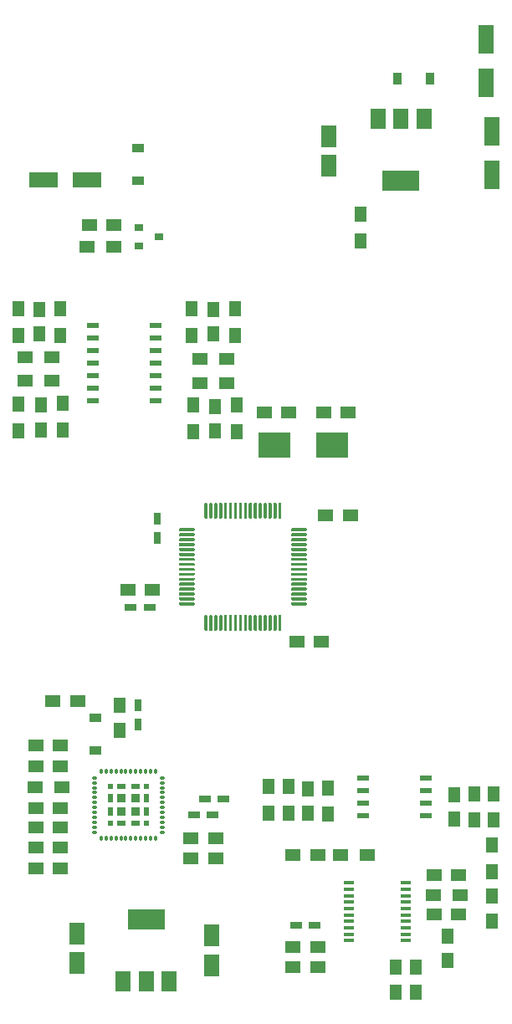
<source format=gbr>
G04 #@! TF.GenerationSoftware,KiCad,Pcbnew,(5.1.5)-3*
G04 #@! TF.CreationDate,2020-05-14T10:56:35+01:00*
G04 #@! TF.ProjectId,AddaTone components,41646461-546f-46e6-9520-636f6d706f6e,rev?*
G04 #@! TF.SameCoordinates,Original*
G04 #@! TF.FileFunction,Paste,Top*
G04 #@! TF.FilePolarity,Positive*
%FSLAX46Y46*%
G04 Gerber Fmt 4.6, Leading zero omitted, Abs format (unit mm)*
G04 Created by KiCad (PCBNEW (5.1.5)-3) date 2020-05-14 10:56:35*
%MOMM*%
%LPD*%
G04 APERTURE LIST*
%ADD10R,0.540000X0.540000*%
%ADD11R,0.540000X0.840000*%
%ADD12R,0.840000X0.540000*%
%ADD13R,0.840000X0.840000*%
%ADD14O,0.300000X0.600000*%
%ADD15O,0.600000X0.300000*%
%ADD16R,3.325000X2.500000*%
%ADD17R,0.900000X1.200000*%
%ADD18R,0.900000X0.800000*%
%ADD19R,3.000000X1.600000*%
%ADD20R,1.500000X1.250000*%
%ADD21R,1.200000X0.900000*%
%ADD22R,1.500000X1.300000*%
%ADD23R,1.200000X0.750000*%
%ADD24R,0.750000X1.200000*%
%ADD25R,1.250000X1.500000*%
%ADD26R,1.300000X1.500000*%
%ADD27R,1.600000X2.200000*%
%ADD28R,1.600000X3.000000*%
%ADD29C,0.100000*%
%ADD30R,1.143000X0.508000*%
%ADD31R,1.000000X0.400000*%
%ADD32R,1.500000X2.000000*%
%ADD33R,3.800000X2.000000*%
G04 APERTURE END LIST*
D10*
X119350000Y-136350000D03*
D11*
X119350000Y-135200000D03*
X119350000Y-133800000D03*
D10*
X119350000Y-132650000D03*
D12*
X118200000Y-136350000D03*
D13*
X118200000Y-135200000D03*
X118200000Y-133800000D03*
D12*
X118200000Y-132650000D03*
X116800000Y-136350000D03*
D13*
X116800000Y-135200000D03*
X116800000Y-133800000D03*
D12*
X116800000Y-132650000D03*
D10*
X115650000Y-136350000D03*
D11*
X115650000Y-135200000D03*
X115650000Y-133800000D03*
D10*
X115650000Y-132650000D03*
D14*
X120250000Y-137900000D03*
X119750000Y-137900000D03*
X119250000Y-137900000D03*
X118750000Y-137900001D03*
X118250000Y-137900000D03*
X117750000Y-137900000D03*
X117250000Y-137900000D03*
X116750000Y-137900000D03*
X116250000Y-137900001D03*
X115750000Y-137900000D03*
X115250000Y-137900000D03*
X114750000Y-137900000D03*
D15*
X114100000Y-137250000D03*
X114100000Y-136750000D03*
X114100000Y-136250000D03*
X114099999Y-135750000D03*
X114100000Y-135250000D03*
X114100000Y-134750000D03*
X114100000Y-134250000D03*
X114100000Y-133750000D03*
X114099999Y-133250000D03*
X114100000Y-132750000D03*
X114100000Y-132250000D03*
X114100000Y-131750000D03*
D14*
X114750000Y-131100000D03*
X115250000Y-131100000D03*
X115750000Y-131100000D03*
X116250000Y-131099999D03*
X116750000Y-131100000D03*
X117250000Y-131100000D03*
X117750000Y-131100000D03*
X118250000Y-131100000D03*
X118750000Y-131099999D03*
X119250000Y-131100000D03*
X119750000Y-131100000D03*
X120250000Y-131100000D03*
D15*
X120900000Y-131750000D03*
X120900000Y-132250000D03*
X120900000Y-132750000D03*
X120900001Y-133250000D03*
X120900000Y-133750000D03*
X120900000Y-134250000D03*
X120900000Y-134750000D03*
X120900000Y-135250000D03*
X120900001Y-135750000D03*
X120900000Y-136250000D03*
X120900000Y-136750000D03*
X120900000Y-137250000D03*
D16*
X138112500Y-98100000D03*
X132287500Y-98100000D03*
D17*
X144750000Y-61000000D03*
X148050000Y-61000000D03*
D18*
X120600000Y-77000000D03*
X118600000Y-77950000D03*
X118600000Y-76050000D03*
D19*
X108900000Y-71200000D03*
X113300000Y-71200000D03*
D20*
X113550000Y-75800000D03*
X116050000Y-75800000D03*
D21*
X118500000Y-68050000D03*
X118500000Y-71350000D03*
D22*
X116050000Y-78000000D03*
X113350000Y-78000000D03*
D23*
X134450000Y-146700000D03*
X136350000Y-146700000D03*
D24*
X120400000Y-107450000D03*
X120400000Y-105550000D03*
X118500000Y-126350000D03*
X118500000Y-124450000D03*
D23*
X125250000Y-133900000D03*
X127150000Y-133900000D03*
X124150000Y-135500000D03*
X126050000Y-135500000D03*
X119650000Y-114500000D03*
X117750000Y-114500000D03*
D22*
X107050000Y-89200000D03*
X109750000Y-89200000D03*
D25*
X135700000Y-135350000D03*
X135700000Y-132850000D03*
D26*
X131700000Y-135350000D03*
X131700000Y-132650000D03*
X152500000Y-136050000D03*
X152500000Y-133350000D03*
D22*
X138950000Y-139600000D03*
X141650000Y-139600000D03*
D20*
X137250000Y-94800000D03*
X139750000Y-94800000D03*
X131250000Y-94800000D03*
X133750000Y-94800000D03*
X119950000Y-112700000D03*
X117450000Y-112700000D03*
X110650000Y-140900000D03*
X108150000Y-140900000D03*
X134550000Y-118000000D03*
X137050000Y-118000000D03*
X139950000Y-105200000D03*
X137450000Y-105200000D03*
X108150000Y-138800000D03*
X110650000Y-138800000D03*
D25*
X116600000Y-126950000D03*
X116600000Y-124450000D03*
X146600000Y-150950000D03*
X146600000Y-153450000D03*
D20*
X109850000Y-124000000D03*
X112350000Y-124000000D03*
X108150000Y-128500000D03*
X110650000Y-128500000D03*
X150950000Y-141600000D03*
X148450000Y-141600000D03*
X136650000Y-139600000D03*
X134150000Y-139600000D03*
X110650000Y-130600000D03*
X108150000Y-130600000D03*
X123850000Y-137900000D03*
X126350000Y-137900000D03*
X110650000Y-134800000D03*
X108150000Y-134800000D03*
D25*
X144600000Y-150950000D03*
X144600000Y-153450000D03*
D20*
X134150000Y-150900000D03*
X136650000Y-150900000D03*
X110650000Y-136800000D03*
X108150000Y-136800000D03*
X126350000Y-139900000D03*
X123850000Y-139900000D03*
D25*
X126300000Y-96650000D03*
X126300000Y-94150000D03*
X126100000Y-84350000D03*
X126100000Y-86850000D03*
X108500000Y-86850000D03*
X108500000Y-84350000D03*
X108700000Y-96550000D03*
X108700000Y-94050000D03*
X149800000Y-150250000D03*
X149800000Y-147750000D03*
X154300000Y-146250000D03*
X154300000Y-143750000D03*
D20*
X150950000Y-145600000D03*
X148450000Y-145600000D03*
D25*
X150500000Y-135950000D03*
X150500000Y-133450000D03*
D27*
X137800000Y-66800000D03*
X137800000Y-69800000D03*
X125900000Y-147700000D03*
X125900000Y-150700000D03*
D28*
X153700000Y-57000000D03*
X153700000Y-61400000D03*
X154300000Y-66300000D03*
X154300000Y-70700000D03*
D27*
X112300000Y-150500000D03*
X112300000Y-147500000D03*
D20*
X136650000Y-148900000D03*
X134150000Y-148900000D03*
D21*
X114200000Y-125650000D03*
X114200000Y-128950000D03*
D26*
X141000000Y-74750000D03*
X141000000Y-77450000D03*
D22*
X108050000Y-132700000D03*
X110750000Y-132700000D03*
D26*
X128500000Y-96750000D03*
X128500000Y-94050000D03*
D22*
X124750000Y-91800000D03*
X127450000Y-91800000D03*
D26*
X128300000Y-84250000D03*
X128300000Y-86950000D03*
D22*
X124750000Y-89400000D03*
X127450000Y-89400000D03*
D26*
X106400000Y-86950000D03*
X106400000Y-84250000D03*
X106400000Y-93950000D03*
X106400000Y-96650000D03*
D22*
X107050000Y-91600000D03*
X109750000Y-91600000D03*
D26*
X124100000Y-96750000D03*
X124100000Y-94050000D03*
X123900000Y-84250000D03*
X123900000Y-86950000D03*
X110600000Y-86950000D03*
X110600000Y-84250000D03*
X110900000Y-93850000D03*
X110900000Y-96550000D03*
D22*
X148350000Y-143600000D03*
X151050000Y-143600000D03*
D26*
X154300000Y-138550000D03*
X154300000Y-141250000D03*
X133700000Y-135350000D03*
X133700000Y-132650000D03*
X137700000Y-135450000D03*
X137700000Y-132750000D03*
X154500000Y-136050000D03*
X154500000Y-133350000D03*
D29*
G36*
X132932351Y-103950361D02*
G01*
X132939632Y-103951441D01*
X132946771Y-103953229D01*
X132953701Y-103955709D01*
X132960355Y-103958856D01*
X132966668Y-103962640D01*
X132972579Y-103967024D01*
X132978033Y-103971967D01*
X132982976Y-103977421D01*
X132987360Y-103983332D01*
X132991144Y-103989645D01*
X132994291Y-103996299D01*
X132996771Y-104003229D01*
X132998559Y-104010368D01*
X132999639Y-104017649D01*
X133000000Y-104025000D01*
X133000000Y-105425000D01*
X132999639Y-105432351D01*
X132998559Y-105439632D01*
X132996771Y-105446771D01*
X132994291Y-105453701D01*
X132991144Y-105460355D01*
X132987360Y-105466668D01*
X132982976Y-105472579D01*
X132978033Y-105478033D01*
X132972579Y-105482976D01*
X132966668Y-105487360D01*
X132960355Y-105491144D01*
X132953701Y-105494291D01*
X132946771Y-105496771D01*
X132939632Y-105498559D01*
X132932351Y-105499639D01*
X132925000Y-105500000D01*
X132775000Y-105500000D01*
X132767649Y-105499639D01*
X132760368Y-105498559D01*
X132753229Y-105496771D01*
X132746299Y-105494291D01*
X132739645Y-105491144D01*
X132733332Y-105487360D01*
X132727421Y-105482976D01*
X132721967Y-105478033D01*
X132717024Y-105472579D01*
X132712640Y-105466668D01*
X132708856Y-105460355D01*
X132705709Y-105453701D01*
X132703229Y-105446771D01*
X132701441Y-105439632D01*
X132700361Y-105432351D01*
X132700000Y-105425000D01*
X132700000Y-104025000D01*
X132700361Y-104017649D01*
X132701441Y-104010368D01*
X132703229Y-104003229D01*
X132705709Y-103996299D01*
X132708856Y-103989645D01*
X132712640Y-103983332D01*
X132717024Y-103977421D01*
X132721967Y-103971967D01*
X132727421Y-103967024D01*
X132733332Y-103962640D01*
X132739645Y-103958856D01*
X132746299Y-103955709D01*
X132753229Y-103953229D01*
X132760368Y-103951441D01*
X132767649Y-103950361D01*
X132775000Y-103950000D01*
X132925000Y-103950000D01*
X132932351Y-103950361D01*
G37*
G36*
X132432351Y-103950361D02*
G01*
X132439632Y-103951441D01*
X132446771Y-103953229D01*
X132453701Y-103955709D01*
X132460355Y-103958856D01*
X132466668Y-103962640D01*
X132472579Y-103967024D01*
X132478033Y-103971967D01*
X132482976Y-103977421D01*
X132487360Y-103983332D01*
X132491144Y-103989645D01*
X132494291Y-103996299D01*
X132496771Y-104003229D01*
X132498559Y-104010368D01*
X132499639Y-104017649D01*
X132500000Y-104025000D01*
X132500000Y-105425000D01*
X132499639Y-105432351D01*
X132498559Y-105439632D01*
X132496771Y-105446771D01*
X132494291Y-105453701D01*
X132491144Y-105460355D01*
X132487360Y-105466668D01*
X132482976Y-105472579D01*
X132478033Y-105478033D01*
X132472579Y-105482976D01*
X132466668Y-105487360D01*
X132460355Y-105491144D01*
X132453701Y-105494291D01*
X132446771Y-105496771D01*
X132439632Y-105498559D01*
X132432351Y-105499639D01*
X132425000Y-105500000D01*
X132275000Y-105500000D01*
X132267649Y-105499639D01*
X132260368Y-105498559D01*
X132253229Y-105496771D01*
X132246299Y-105494291D01*
X132239645Y-105491144D01*
X132233332Y-105487360D01*
X132227421Y-105482976D01*
X132221967Y-105478033D01*
X132217024Y-105472579D01*
X132212640Y-105466668D01*
X132208856Y-105460355D01*
X132205709Y-105453701D01*
X132203229Y-105446771D01*
X132201441Y-105439632D01*
X132200361Y-105432351D01*
X132200000Y-105425000D01*
X132200000Y-104025000D01*
X132200361Y-104017649D01*
X132201441Y-104010368D01*
X132203229Y-104003229D01*
X132205709Y-103996299D01*
X132208856Y-103989645D01*
X132212640Y-103983332D01*
X132217024Y-103977421D01*
X132221967Y-103971967D01*
X132227421Y-103967024D01*
X132233332Y-103962640D01*
X132239645Y-103958856D01*
X132246299Y-103955709D01*
X132253229Y-103953229D01*
X132260368Y-103951441D01*
X132267649Y-103950361D01*
X132275000Y-103950000D01*
X132425000Y-103950000D01*
X132432351Y-103950361D01*
G37*
G36*
X131932351Y-103950361D02*
G01*
X131939632Y-103951441D01*
X131946771Y-103953229D01*
X131953701Y-103955709D01*
X131960355Y-103958856D01*
X131966668Y-103962640D01*
X131972579Y-103967024D01*
X131978033Y-103971967D01*
X131982976Y-103977421D01*
X131987360Y-103983332D01*
X131991144Y-103989645D01*
X131994291Y-103996299D01*
X131996771Y-104003229D01*
X131998559Y-104010368D01*
X131999639Y-104017649D01*
X132000000Y-104025000D01*
X132000000Y-105425000D01*
X131999639Y-105432351D01*
X131998559Y-105439632D01*
X131996771Y-105446771D01*
X131994291Y-105453701D01*
X131991144Y-105460355D01*
X131987360Y-105466668D01*
X131982976Y-105472579D01*
X131978033Y-105478033D01*
X131972579Y-105482976D01*
X131966668Y-105487360D01*
X131960355Y-105491144D01*
X131953701Y-105494291D01*
X131946771Y-105496771D01*
X131939632Y-105498559D01*
X131932351Y-105499639D01*
X131925000Y-105500000D01*
X131775000Y-105500000D01*
X131767649Y-105499639D01*
X131760368Y-105498559D01*
X131753229Y-105496771D01*
X131746299Y-105494291D01*
X131739645Y-105491144D01*
X131733332Y-105487360D01*
X131727421Y-105482976D01*
X131721967Y-105478033D01*
X131717024Y-105472579D01*
X131712640Y-105466668D01*
X131708856Y-105460355D01*
X131705709Y-105453701D01*
X131703229Y-105446771D01*
X131701441Y-105439632D01*
X131700361Y-105432351D01*
X131700000Y-105425000D01*
X131700000Y-104025000D01*
X131700361Y-104017649D01*
X131701441Y-104010368D01*
X131703229Y-104003229D01*
X131705709Y-103996299D01*
X131708856Y-103989645D01*
X131712640Y-103983332D01*
X131717024Y-103977421D01*
X131721967Y-103971967D01*
X131727421Y-103967024D01*
X131733332Y-103962640D01*
X131739645Y-103958856D01*
X131746299Y-103955709D01*
X131753229Y-103953229D01*
X131760368Y-103951441D01*
X131767649Y-103950361D01*
X131775000Y-103950000D01*
X131925000Y-103950000D01*
X131932351Y-103950361D01*
G37*
G36*
X131432351Y-103950361D02*
G01*
X131439632Y-103951441D01*
X131446771Y-103953229D01*
X131453701Y-103955709D01*
X131460355Y-103958856D01*
X131466668Y-103962640D01*
X131472579Y-103967024D01*
X131478033Y-103971967D01*
X131482976Y-103977421D01*
X131487360Y-103983332D01*
X131491144Y-103989645D01*
X131494291Y-103996299D01*
X131496771Y-104003229D01*
X131498559Y-104010368D01*
X131499639Y-104017649D01*
X131500000Y-104025000D01*
X131500000Y-105425000D01*
X131499639Y-105432351D01*
X131498559Y-105439632D01*
X131496771Y-105446771D01*
X131494291Y-105453701D01*
X131491144Y-105460355D01*
X131487360Y-105466668D01*
X131482976Y-105472579D01*
X131478033Y-105478033D01*
X131472579Y-105482976D01*
X131466668Y-105487360D01*
X131460355Y-105491144D01*
X131453701Y-105494291D01*
X131446771Y-105496771D01*
X131439632Y-105498559D01*
X131432351Y-105499639D01*
X131425000Y-105500000D01*
X131275000Y-105500000D01*
X131267649Y-105499639D01*
X131260368Y-105498559D01*
X131253229Y-105496771D01*
X131246299Y-105494291D01*
X131239645Y-105491144D01*
X131233332Y-105487360D01*
X131227421Y-105482976D01*
X131221967Y-105478033D01*
X131217024Y-105472579D01*
X131212640Y-105466668D01*
X131208856Y-105460355D01*
X131205709Y-105453701D01*
X131203229Y-105446771D01*
X131201441Y-105439632D01*
X131200361Y-105432351D01*
X131200000Y-105425000D01*
X131200000Y-104025000D01*
X131200361Y-104017649D01*
X131201441Y-104010368D01*
X131203229Y-104003229D01*
X131205709Y-103996299D01*
X131208856Y-103989645D01*
X131212640Y-103983332D01*
X131217024Y-103977421D01*
X131221967Y-103971967D01*
X131227421Y-103967024D01*
X131233332Y-103962640D01*
X131239645Y-103958856D01*
X131246299Y-103955709D01*
X131253229Y-103953229D01*
X131260368Y-103951441D01*
X131267649Y-103950361D01*
X131275000Y-103950000D01*
X131425000Y-103950000D01*
X131432351Y-103950361D01*
G37*
G36*
X130932351Y-103950361D02*
G01*
X130939632Y-103951441D01*
X130946771Y-103953229D01*
X130953701Y-103955709D01*
X130960355Y-103958856D01*
X130966668Y-103962640D01*
X130972579Y-103967024D01*
X130978033Y-103971967D01*
X130982976Y-103977421D01*
X130987360Y-103983332D01*
X130991144Y-103989645D01*
X130994291Y-103996299D01*
X130996771Y-104003229D01*
X130998559Y-104010368D01*
X130999639Y-104017649D01*
X131000000Y-104025000D01*
X131000000Y-105425000D01*
X130999639Y-105432351D01*
X130998559Y-105439632D01*
X130996771Y-105446771D01*
X130994291Y-105453701D01*
X130991144Y-105460355D01*
X130987360Y-105466668D01*
X130982976Y-105472579D01*
X130978033Y-105478033D01*
X130972579Y-105482976D01*
X130966668Y-105487360D01*
X130960355Y-105491144D01*
X130953701Y-105494291D01*
X130946771Y-105496771D01*
X130939632Y-105498559D01*
X130932351Y-105499639D01*
X130925000Y-105500000D01*
X130775000Y-105500000D01*
X130767649Y-105499639D01*
X130760368Y-105498559D01*
X130753229Y-105496771D01*
X130746299Y-105494291D01*
X130739645Y-105491144D01*
X130733332Y-105487360D01*
X130727421Y-105482976D01*
X130721967Y-105478033D01*
X130717024Y-105472579D01*
X130712640Y-105466668D01*
X130708856Y-105460355D01*
X130705709Y-105453701D01*
X130703229Y-105446771D01*
X130701441Y-105439632D01*
X130700361Y-105432351D01*
X130700000Y-105425000D01*
X130700000Y-104025000D01*
X130700361Y-104017649D01*
X130701441Y-104010368D01*
X130703229Y-104003229D01*
X130705709Y-103996299D01*
X130708856Y-103989645D01*
X130712640Y-103983332D01*
X130717024Y-103977421D01*
X130721967Y-103971967D01*
X130727421Y-103967024D01*
X130733332Y-103962640D01*
X130739645Y-103958856D01*
X130746299Y-103955709D01*
X130753229Y-103953229D01*
X130760368Y-103951441D01*
X130767649Y-103950361D01*
X130775000Y-103950000D01*
X130925000Y-103950000D01*
X130932351Y-103950361D01*
G37*
G36*
X130432351Y-103950361D02*
G01*
X130439632Y-103951441D01*
X130446771Y-103953229D01*
X130453701Y-103955709D01*
X130460355Y-103958856D01*
X130466668Y-103962640D01*
X130472579Y-103967024D01*
X130478033Y-103971967D01*
X130482976Y-103977421D01*
X130487360Y-103983332D01*
X130491144Y-103989645D01*
X130494291Y-103996299D01*
X130496771Y-104003229D01*
X130498559Y-104010368D01*
X130499639Y-104017649D01*
X130500000Y-104025000D01*
X130500000Y-105425000D01*
X130499639Y-105432351D01*
X130498559Y-105439632D01*
X130496771Y-105446771D01*
X130494291Y-105453701D01*
X130491144Y-105460355D01*
X130487360Y-105466668D01*
X130482976Y-105472579D01*
X130478033Y-105478033D01*
X130472579Y-105482976D01*
X130466668Y-105487360D01*
X130460355Y-105491144D01*
X130453701Y-105494291D01*
X130446771Y-105496771D01*
X130439632Y-105498559D01*
X130432351Y-105499639D01*
X130425000Y-105500000D01*
X130275000Y-105500000D01*
X130267649Y-105499639D01*
X130260368Y-105498559D01*
X130253229Y-105496771D01*
X130246299Y-105494291D01*
X130239645Y-105491144D01*
X130233332Y-105487360D01*
X130227421Y-105482976D01*
X130221967Y-105478033D01*
X130217024Y-105472579D01*
X130212640Y-105466668D01*
X130208856Y-105460355D01*
X130205709Y-105453701D01*
X130203229Y-105446771D01*
X130201441Y-105439632D01*
X130200361Y-105432351D01*
X130200000Y-105425000D01*
X130200000Y-104025000D01*
X130200361Y-104017649D01*
X130201441Y-104010368D01*
X130203229Y-104003229D01*
X130205709Y-103996299D01*
X130208856Y-103989645D01*
X130212640Y-103983332D01*
X130217024Y-103977421D01*
X130221967Y-103971967D01*
X130227421Y-103967024D01*
X130233332Y-103962640D01*
X130239645Y-103958856D01*
X130246299Y-103955709D01*
X130253229Y-103953229D01*
X130260368Y-103951441D01*
X130267649Y-103950361D01*
X130275000Y-103950000D01*
X130425000Y-103950000D01*
X130432351Y-103950361D01*
G37*
G36*
X129932351Y-103950361D02*
G01*
X129939632Y-103951441D01*
X129946771Y-103953229D01*
X129953701Y-103955709D01*
X129960355Y-103958856D01*
X129966668Y-103962640D01*
X129972579Y-103967024D01*
X129978033Y-103971967D01*
X129982976Y-103977421D01*
X129987360Y-103983332D01*
X129991144Y-103989645D01*
X129994291Y-103996299D01*
X129996771Y-104003229D01*
X129998559Y-104010368D01*
X129999639Y-104017649D01*
X130000000Y-104025000D01*
X130000000Y-105425000D01*
X129999639Y-105432351D01*
X129998559Y-105439632D01*
X129996771Y-105446771D01*
X129994291Y-105453701D01*
X129991144Y-105460355D01*
X129987360Y-105466668D01*
X129982976Y-105472579D01*
X129978033Y-105478033D01*
X129972579Y-105482976D01*
X129966668Y-105487360D01*
X129960355Y-105491144D01*
X129953701Y-105494291D01*
X129946771Y-105496771D01*
X129939632Y-105498559D01*
X129932351Y-105499639D01*
X129925000Y-105500000D01*
X129775000Y-105500000D01*
X129767649Y-105499639D01*
X129760368Y-105498559D01*
X129753229Y-105496771D01*
X129746299Y-105494291D01*
X129739645Y-105491144D01*
X129733332Y-105487360D01*
X129727421Y-105482976D01*
X129721967Y-105478033D01*
X129717024Y-105472579D01*
X129712640Y-105466668D01*
X129708856Y-105460355D01*
X129705709Y-105453701D01*
X129703229Y-105446771D01*
X129701441Y-105439632D01*
X129700361Y-105432351D01*
X129700000Y-105425000D01*
X129700000Y-104025000D01*
X129700361Y-104017649D01*
X129701441Y-104010368D01*
X129703229Y-104003229D01*
X129705709Y-103996299D01*
X129708856Y-103989645D01*
X129712640Y-103983332D01*
X129717024Y-103977421D01*
X129721967Y-103971967D01*
X129727421Y-103967024D01*
X129733332Y-103962640D01*
X129739645Y-103958856D01*
X129746299Y-103955709D01*
X129753229Y-103953229D01*
X129760368Y-103951441D01*
X129767649Y-103950361D01*
X129775000Y-103950000D01*
X129925000Y-103950000D01*
X129932351Y-103950361D01*
G37*
G36*
X129432351Y-103950361D02*
G01*
X129439632Y-103951441D01*
X129446771Y-103953229D01*
X129453701Y-103955709D01*
X129460355Y-103958856D01*
X129466668Y-103962640D01*
X129472579Y-103967024D01*
X129478033Y-103971967D01*
X129482976Y-103977421D01*
X129487360Y-103983332D01*
X129491144Y-103989645D01*
X129494291Y-103996299D01*
X129496771Y-104003229D01*
X129498559Y-104010368D01*
X129499639Y-104017649D01*
X129500000Y-104025000D01*
X129500000Y-105425000D01*
X129499639Y-105432351D01*
X129498559Y-105439632D01*
X129496771Y-105446771D01*
X129494291Y-105453701D01*
X129491144Y-105460355D01*
X129487360Y-105466668D01*
X129482976Y-105472579D01*
X129478033Y-105478033D01*
X129472579Y-105482976D01*
X129466668Y-105487360D01*
X129460355Y-105491144D01*
X129453701Y-105494291D01*
X129446771Y-105496771D01*
X129439632Y-105498559D01*
X129432351Y-105499639D01*
X129425000Y-105500000D01*
X129275000Y-105500000D01*
X129267649Y-105499639D01*
X129260368Y-105498559D01*
X129253229Y-105496771D01*
X129246299Y-105494291D01*
X129239645Y-105491144D01*
X129233332Y-105487360D01*
X129227421Y-105482976D01*
X129221967Y-105478033D01*
X129217024Y-105472579D01*
X129212640Y-105466668D01*
X129208856Y-105460355D01*
X129205709Y-105453701D01*
X129203229Y-105446771D01*
X129201441Y-105439632D01*
X129200361Y-105432351D01*
X129200000Y-105425000D01*
X129200000Y-104025000D01*
X129200361Y-104017649D01*
X129201441Y-104010368D01*
X129203229Y-104003229D01*
X129205709Y-103996299D01*
X129208856Y-103989645D01*
X129212640Y-103983332D01*
X129217024Y-103977421D01*
X129221967Y-103971967D01*
X129227421Y-103967024D01*
X129233332Y-103962640D01*
X129239645Y-103958856D01*
X129246299Y-103955709D01*
X129253229Y-103953229D01*
X129260368Y-103951441D01*
X129267649Y-103950361D01*
X129275000Y-103950000D01*
X129425000Y-103950000D01*
X129432351Y-103950361D01*
G37*
G36*
X128932351Y-103950361D02*
G01*
X128939632Y-103951441D01*
X128946771Y-103953229D01*
X128953701Y-103955709D01*
X128960355Y-103958856D01*
X128966668Y-103962640D01*
X128972579Y-103967024D01*
X128978033Y-103971967D01*
X128982976Y-103977421D01*
X128987360Y-103983332D01*
X128991144Y-103989645D01*
X128994291Y-103996299D01*
X128996771Y-104003229D01*
X128998559Y-104010368D01*
X128999639Y-104017649D01*
X129000000Y-104025000D01*
X129000000Y-105425000D01*
X128999639Y-105432351D01*
X128998559Y-105439632D01*
X128996771Y-105446771D01*
X128994291Y-105453701D01*
X128991144Y-105460355D01*
X128987360Y-105466668D01*
X128982976Y-105472579D01*
X128978033Y-105478033D01*
X128972579Y-105482976D01*
X128966668Y-105487360D01*
X128960355Y-105491144D01*
X128953701Y-105494291D01*
X128946771Y-105496771D01*
X128939632Y-105498559D01*
X128932351Y-105499639D01*
X128925000Y-105500000D01*
X128775000Y-105500000D01*
X128767649Y-105499639D01*
X128760368Y-105498559D01*
X128753229Y-105496771D01*
X128746299Y-105494291D01*
X128739645Y-105491144D01*
X128733332Y-105487360D01*
X128727421Y-105482976D01*
X128721967Y-105478033D01*
X128717024Y-105472579D01*
X128712640Y-105466668D01*
X128708856Y-105460355D01*
X128705709Y-105453701D01*
X128703229Y-105446771D01*
X128701441Y-105439632D01*
X128700361Y-105432351D01*
X128700000Y-105425000D01*
X128700000Y-104025000D01*
X128700361Y-104017649D01*
X128701441Y-104010368D01*
X128703229Y-104003229D01*
X128705709Y-103996299D01*
X128708856Y-103989645D01*
X128712640Y-103983332D01*
X128717024Y-103977421D01*
X128721967Y-103971967D01*
X128727421Y-103967024D01*
X128733332Y-103962640D01*
X128739645Y-103958856D01*
X128746299Y-103955709D01*
X128753229Y-103953229D01*
X128760368Y-103951441D01*
X128767649Y-103950361D01*
X128775000Y-103950000D01*
X128925000Y-103950000D01*
X128932351Y-103950361D01*
G37*
G36*
X128432351Y-103950361D02*
G01*
X128439632Y-103951441D01*
X128446771Y-103953229D01*
X128453701Y-103955709D01*
X128460355Y-103958856D01*
X128466668Y-103962640D01*
X128472579Y-103967024D01*
X128478033Y-103971967D01*
X128482976Y-103977421D01*
X128487360Y-103983332D01*
X128491144Y-103989645D01*
X128494291Y-103996299D01*
X128496771Y-104003229D01*
X128498559Y-104010368D01*
X128499639Y-104017649D01*
X128500000Y-104025000D01*
X128500000Y-105425000D01*
X128499639Y-105432351D01*
X128498559Y-105439632D01*
X128496771Y-105446771D01*
X128494291Y-105453701D01*
X128491144Y-105460355D01*
X128487360Y-105466668D01*
X128482976Y-105472579D01*
X128478033Y-105478033D01*
X128472579Y-105482976D01*
X128466668Y-105487360D01*
X128460355Y-105491144D01*
X128453701Y-105494291D01*
X128446771Y-105496771D01*
X128439632Y-105498559D01*
X128432351Y-105499639D01*
X128425000Y-105500000D01*
X128275000Y-105500000D01*
X128267649Y-105499639D01*
X128260368Y-105498559D01*
X128253229Y-105496771D01*
X128246299Y-105494291D01*
X128239645Y-105491144D01*
X128233332Y-105487360D01*
X128227421Y-105482976D01*
X128221967Y-105478033D01*
X128217024Y-105472579D01*
X128212640Y-105466668D01*
X128208856Y-105460355D01*
X128205709Y-105453701D01*
X128203229Y-105446771D01*
X128201441Y-105439632D01*
X128200361Y-105432351D01*
X128200000Y-105425000D01*
X128200000Y-104025000D01*
X128200361Y-104017649D01*
X128201441Y-104010368D01*
X128203229Y-104003229D01*
X128205709Y-103996299D01*
X128208856Y-103989645D01*
X128212640Y-103983332D01*
X128217024Y-103977421D01*
X128221967Y-103971967D01*
X128227421Y-103967024D01*
X128233332Y-103962640D01*
X128239645Y-103958856D01*
X128246299Y-103955709D01*
X128253229Y-103953229D01*
X128260368Y-103951441D01*
X128267649Y-103950361D01*
X128275000Y-103950000D01*
X128425000Y-103950000D01*
X128432351Y-103950361D01*
G37*
G36*
X127932351Y-103950361D02*
G01*
X127939632Y-103951441D01*
X127946771Y-103953229D01*
X127953701Y-103955709D01*
X127960355Y-103958856D01*
X127966668Y-103962640D01*
X127972579Y-103967024D01*
X127978033Y-103971967D01*
X127982976Y-103977421D01*
X127987360Y-103983332D01*
X127991144Y-103989645D01*
X127994291Y-103996299D01*
X127996771Y-104003229D01*
X127998559Y-104010368D01*
X127999639Y-104017649D01*
X128000000Y-104025000D01*
X128000000Y-105425000D01*
X127999639Y-105432351D01*
X127998559Y-105439632D01*
X127996771Y-105446771D01*
X127994291Y-105453701D01*
X127991144Y-105460355D01*
X127987360Y-105466668D01*
X127982976Y-105472579D01*
X127978033Y-105478033D01*
X127972579Y-105482976D01*
X127966668Y-105487360D01*
X127960355Y-105491144D01*
X127953701Y-105494291D01*
X127946771Y-105496771D01*
X127939632Y-105498559D01*
X127932351Y-105499639D01*
X127925000Y-105500000D01*
X127775000Y-105500000D01*
X127767649Y-105499639D01*
X127760368Y-105498559D01*
X127753229Y-105496771D01*
X127746299Y-105494291D01*
X127739645Y-105491144D01*
X127733332Y-105487360D01*
X127727421Y-105482976D01*
X127721967Y-105478033D01*
X127717024Y-105472579D01*
X127712640Y-105466668D01*
X127708856Y-105460355D01*
X127705709Y-105453701D01*
X127703229Y-105446771D01*
X127701441Y-105439632D01*
X127700361Y-105432351D01*
X127700000Y-105425000D01*
X127700000Y-104025000D01*
X127700361Y-104017649D01*
X127701441Y-104010368D01*
X127703229Y-104003229D01*
X127705709Y-103996299D01*
X127708856Y-103989645D01*
X127712640Y-103983332D01*
X127717024Y-103977421D01*
X127721967Y-103971967D01*
X127727421Y-103967024D01*
X127733332Y-103962640D01*
X127739645Y-103958856D01*
X127746299Y-103955709D01*
X127753229Y-103953229D01*
X127760368Y-103951441D01*
X127767649Y-103950361D01*
X127775000Y-103950000D01*
X127925000Y-103950000D01*
X127932351Y-103950361D01*
G37*
G36*
X127432351Y-103950361D02*
G01*
X127439632Y-103951441D01*
X127446771Y-103953229D01*
X127453701Y-103955709D01*
X127460355Y-103958856D01*
X127466668Y-103962640D01*
X127472579Y-103967024D01*
X127478033Y-103971967D01*
X127482976Y-103977421D01*
X127487360Y-103983332D01*
X127491144Y-103989645D01*
X127494291Y-103996299D01*
X127496771Y-104003229D01*
X127498559Y-104010368D01*
X127499639Y-104017649D01*
X127500000Y-104025000D01*
X127500000Y-105425000D01*
X127499639Y-105432351D01*
X127498559Y-105439632D01*
X127496771Y-105446771D01*
X127494291Y-105453701D01*
X127491144Y-105460355D01*
X127487360Y-105466668D01*
X127482976Y-105472579D01*
X127478033Y-105478033D01*
X127472579Y-105482976D01*
X127466668Y-105487360D01*
X127460355Y-105491144D01*
X127453701Y-105494291D01*
X127446771Y-105496771D01*
X127439632Y-105498559D01*
X127432351Y-105499639D01*
X127425000Y-105500000D01*
X127275000Y-105500000D01*
X127267649Y-105499639D01*
X127260368Y-105498559D01*
X127253229Y-105496771D01*
X127246299Y-105494291D01*
X127239645Y-105491144D01*
X127233332Y-105487360D01*
X127227421Y-105482976D01*
X127221967Y-105478033D01*
X127217024Y-105472579D01*
X127212640Y-105466668D01*
X127208856Y-105460355D01*
X127205709Y-105453701D01*
X127203229Y-105446771D01*
X127201441Y-105439632D01*
X127200361Y-105432351D01*
X127200000Y-105425000D01*
X127200000Y-104025000D01*
X127200361Y-104017649D01*
X127201441Y-104010368D01*
X127203229Y-104003229D01*
X127205709Y-103996299D01*
X127208856Y-103989645D01*
X127212640Y-103983332D01*
X127217024Y-103977421D01*
X127221967Y-103971967D01*
X127227421Y-103967024D01*
X127233332Y-103962640D01*
X127239645Y-103958856D01*
X127246299Y-103955709D01*
X127253229Y-103953229D01*
X127260368Y-103951441D01*
X127267649Y-103950361D01*
X127275000Y-103950000D01*
X127425000Y-103950000D01*
X127432351Y-103950361D01*
G37*
G36*
X126932351Y-103950361D02*
G01*
X126939632Y-103951441D01*
X126946771Y-103953229D01*
X126953701Y-103955709D01*
X126960355Y-103958856D01*
X126966668Y-103962640D01*
X126972579Y-103967024D01*
X126978033Y-103971967D01*
X126982976Y-103977421D01*
X126987360Y-103983332D01*
X126991144Y-103989645D01*
X126994291Y-103996299D01*
X126996771Y-104003229D01*
X126998559Y-104010368D01*
X126999639Y-104017649D01*
X127000000Y-104025000D01*
X127000000Y-105425000D01*
X126999639Y-105432351D01*
X126998559Y-105439632D01*
X126996771Y-105446771D01*
X126994291Y-105453701D01*
X126991144Y-105460355D01*
X126987360Y-105466668D01*
X126982976Y-105472579D01*
X126978033Y-105478033D01*
X126972579Y-105482976D01*
X126966668Y-105487360D01*
X126960355Y-105491144D01*
X126953701Y-105494291D01*
X126946771Y-105496771D01*
X126939632Y-105498559D01*
X126932351Y-105499639D01*
X126925000Y-105500000D01*
X126775000Y-105500000D01*
X126767649Y-105499639D01*
X126760368Y-105498559D01*
X126753229Y-105496771D01*
X126746299Y-105494291D01*
X126739645Y-105491144D01*
X126733332Y-105487360D01*
X126727421Y-105482976D01*
X126721967Y-105478033D01*
X126717024Y-105472579D01*
X126712640Y-105466668D01*
X126708856Y-105460355D01*
X126705709Y-105453701D01*
X126703229Y-105446771D01*
X126701441Y-105439632D01*
X126700361Y-105432351D01*
X126700000Y-105425000D01*
X126700000Y-104025000D01*
X126700361Y-104017649D01*
X126701441Y-104010368D01*
X126703229Y-104003229D01*
X126705709Y-103996299D01*
X126708856Y-103989645D01*
X126712640Y-103983332D01*
X126717024Y-103977421D01*
X126721967Y-103971967D01*
X126727421Y-103967024D01*
X126733332Y-103962640D01*
X126739645Y-103958856D01*
X126746299Y-103955709D01*
X126753229Y-103953229D01*
X126760368Y-103951441D01*
X126767649Y-103950361D01*
X126775000Y-103950000D01*
X126925000Y-103950000D01*
X126932351Y-103950361D01*
G37*
G36*
X126432351Y-103950361D02*
G01*
X126439632Y-103951441D01*
X126446771Y-103953229D01*
X126453701Y-103955709D01*
X126460355Y-103958856D01*
X126466668Y-103962640D01*
X126472579Y-103967024D01*
X126478033Y-103971967D01*
X126482976Y-103977421D01*
X126487360Y-103983332D01*
X126491144Y-103989645D01*
X126494291Y-103996299D01*
X126496771Y-104003229D01*
X126498559Y-104010368D01*
X126499639Y-104017649D01*
X126500000Y-104025000D01*
X126500000Y-105425000D01*
X126499639Y-105432351D01*
X126498559Y-105439632D01*
X126496771Y-105446771D01*
X126494291Y-105453701D01*
X126491144Y-105460355D01*
X126487360Y-105466668D01*
X126482976Y-105472579D01*
X126478033Y-105478033D01*
X126472579Y-105482976D01*
X126466668Y-105487360D01*
X126460355Y-105491144D01*
X126453701Y-105494291D01*
X126446771Y-105496771D01*
X126439632Y-105498559D01*
X126432351Y-105499639D01*
X126425000Y-105500000D01*
X126275000Y-105500000D01*
X126267649Y-105499639D01*
X126260368Y-105498559D01*
X126253229Y-105496771D01*
X126246299Y-105494291D01*
X126239645Y-105491144D01*
X126233332Y-105487360D01*
X126227421Y-105482976D01*
X126221967Y-105478033D01*
X126217024Y-105472579D01*
X126212640Y-105466668D01*
X126208856Y-105460355D01*
X126205709Y-105453701D01*
X126203229Y-105446771D01*
X126201441Y-105439632D01*
X126200361Y-105432351D01*
X126200000Y-105425000D01*
X126200000Y-104025000D01*
X126200361Y-104017649D01*
X126201441Y-104010368D01*
X126203229Y-104003229D01*
X126205709Y-103996299D01*
X126208856Y-103989645D01*
X126212640Y-103983332D01*
X126217024Y-103977421D01*
X126221967Y-103971967D01*
X126227421Y-103967024D01*
X126233332Y-103962640D01*
X126239645Y-103958856D01*
X126246299Y-103955709D01*
X126253229Y-103953229D01*
X126260368Y-103951441D01*
X126267649Y-103950361D01*
X126275000Y-103950000D01*
X126425000Y-103950000D01*
X126432351Y-103950361D01*
G37*
G36*
X125932351Y-103950361D02*
G01*
X125939632Y-103951441D01*
X125946771Y-103953229D01*
X125953701Y-103955709D01*
X125960355Y-103958856D01*
X125966668Y-103962640D01*
X125972579Y-103967024D01*
X125978033Y-103971967D01*
X125982976Y-103977421D01*
X125987360Y-103983332D01*
X125991144Y-103989645D01*
X125994291Y-103996299D01*
X125996771Y-104003229D01*
X125998559Y-104010368D01*
X125999639Y-104017649D01*
X126000000Y-104025000D01*
X126000000Y-105425000D01*
X125999639Y-105432351D01*
X125998559Y-105439632D01*
X125996771Y-105446771D01*
X125994291Y-105453701D01*
X125991144Y-105460355D01*
X125987360Y-105466668D01*
X125982976Y-105472579D01*
X125978033Y-105478033D01*
X125972579Y-105482976D01*
X125966668Y-105487360D01*
X125960355Y-105491144D01*
X125953701Y-105494291D01*
X125946771Y-105496771D01*
X125939632Y-105498559D01*
X125932351Y-105499639D01*
X125925000Y-105500000D01*
X125775000Y-105500000D01*
X125767649Y-105499639D01*
X125760368Y-105498559D01*
X125753229Y-105496771D01*
X125746299Y-105494291D01*
X125739645Y-105491144D01*
X125733332Y-105487360D01*
X125727421Y-105482976D01*
X125721967Y-105478033D01*
X125717024Y-105472579D01*
X125712640Y-105466668D01*
X125708856Y-105460355D01*
X125705709Y-105453701D01*
X125703229Y-105446771D01*
X125701441Y-105439632D01*
X125700361Y-105432351D01*
X125700000Y-105425000D01*
X125700000Y-104025000D01*
X125700361Y-104017649D01*
X125701441Y-104010368D01*
X125703229Y-104003229D01*
X125705709Y-103996299D01*
X125708856Y-103989645D01*
X125712640Y-103983332D01*
X125717024Y-103977421D01*
X125721967Y-103971967D01*
X125727421Y-103967024D01*
X125733332Y-103962640D01*
X125739645Y-103958856D01*
X125746299Y-103955709D01*
X125753229Y-103953229D01*
X125760368Y-103951441D01*
X125767649Y-103950361D01*
X125775000Y-103950000D01*
X125925000Y-103950000D01*
X125932351Y-103950361D01*
G37*
G36*
X125432351Y-103950361D02*
G01*
X125439632Y-103951441D01*
X125446771Y-103953229D01*
X125453701Y-103955709D01*
X125460355Y-103958856D01*
X125466668Y-103962640D01*
X125472579Y-103967024D01*
X125478033Y-103971967D01*
X125482976Y-103977421D01*
X125487360Y-103983332D01*
X125491144Y-103989645D01*
X125494291Y-103996299D01*
X125496771Y-104003229D01*
X125498559Y-104010368D01*
X125499639Y-104017649D01*
X125500000Y-104025000D01*
X125500000Y-105425000D01*
X125499639Y-105432351D01*
X125498559Y-105439632D01*
X125496771Y-105446771D01*
X125494291Y-105453701D01*
X125491144Y-105460355D01*
X125487360Y-105466668D01*
X125482976Y-105472579D01*
X125478033Y-105478033D01*
X125472579Y-105482976D01*
X125466668Y-105487360D01*
X125460355Y-105491144D01*
X125453701Y-105494291D01*
X125446771Y-105496771D01*
X125439632Y-105498559D01*
X125432351Y-105499639D01*
X125425000Y-105500000D01*
X125275000Y-105500000D01*
X125267649Y-105499639D01*
X125260368Y-105498559D01*
X125253229Y-105496771D01*
X125246299Y-105494291D01*
X125239645Y-105491144D01*
X125233332Y-105487360D01*
X125227421Y-105482976D01*
X125221967Y-105478033D01*
X125217024Y-105472579D01*
X125212640Y-105466668D01*
X125208856Y-105460355D01*
X125205709Y-105453701D01*
X125203229Y-105446771D01*
X125201441Y-105439632D01*
X125200361Y-105432351D01*
X125200000Y-105425000D01*
X125200000Y-104025000D01*
X125200361Y-104017649D01*
X125201441Y-104010368D01*
X125203229Y-104003229D01*
X125205709Y-103996299D01*
X125208856Y-103989645D01*
X125212640Y-103983332D01*
X125217024Y-103977421D01*
X125221967Y-103971967D01*
X125227421Y-103967024D01*
X125233332Y-103962640D01*
X125239645Y-103958856D01*
X125246299Y-103955709D01*
X125253229Y-103953229D01*
X125260368Y-103951441D01*
X125267649Y-103950361D01*
X125275000Y-103950000D01*
X125425000Y-103950000D01*
X125432351Y-103950361D01*
G37*
G36*
X124132351Y-106500361D02*
G01*
X124139632Y-106501441D01*
X124146771Y-106503229D01*
X124153701Y-106505709D01*
X124160355Y-106508856D01*
X124166668Y-106512640D01*
X124172579Y-106517024D01*
X124178033Y-106521967D01*
X124182976Y-106527421D01*
X124187360Y-106533332D01*
X124191144Y-106539645D01*
X124194291Y-106546299D01*
X124196771Y-106553229D01*
X124198559Y-106560368D01*
X124199639Y-106567649D01*
X124200000Y-106575000D01*
X124200000Y-106725000D01*
X124199639Y-106732351D01*
X124198559Y-106739632D01*
X124196771Y-106746771D01*
X124194291Y-106753701D01*
X124191144Y-106760355D01*
X124187360Y-106766668D01*
X124182976Y-106772579D01*
X124178033Y-106778033D01*
X124172579Y-106782976D01*
X124166668Y-106787360D01*
X124160355Y-106791144D01*
X124153701Y-106794291D01*
X124146771Y-106796771D01*
X124139632Y-106798559D01*
X124132351Y-106799639D01*
X124125000Y-106800000D01*
X122725000Y-106800000D01*
X122717649Y-106799639D01*
X122710368Y-106798559D01*
X122703229Y-106796771D01*
X122696299Y-106794291D01*
X122689645Y-106791144D01*
X122683332Y-106787360D01*
X122677421Y-106782976D01*
X122671967Y-106778033D01*
X122667024Y-106772579D01*
X122662640Y-106766668D01*
X122658856Y-106760355D01*
X122655709Y-106753701D01*
X122653229Y-106746771D01*
X122651441Y-106739632D01*
X122650361Y-106732351D01*
X122650000Y-106725000D01*
X122650000Y-106575000D01*
X122650361Y-106567649D01*
X122651441Y-106560368D01*
X122653229Y-106553229D01*
X122655709Y-106546299D01*
X122658856Y-106539645D01*
X122662640Y-106533332D01*
X122667024Y-106527421D01*
X122671967Y-106521967D01*
X122677421Y-106517024D01*
X122683332Y-106512640D01*
X122689645Y-106508856D01*
X122696299Y-106505709D01*
X122703229Y-106503229D01*
X122710368Y-106501441D01*
X122717649Y-106500361D01*
X122725000Y-106500000D01*
X124125000Y-106500000D01*
X124132351Y-106500361D01*
G37*
G36*
X124132351Y-107000361D02*
G01*
X124139632Y-107001441D01*
X124146771Y-107003229D01*
X124153701Y-107005709D01*
X124160355Y-107008856D01*
X124166668Y-107012640D01*
X124172579Y-107017024D01*
X124178033Y-107021967D01*
X124182976Y-107027421D01*
X124187360Y-107033332D01*
X124191144Y-107039645D01*
X124194291Y-107046299D01*
X124196771Y-107053229D01*
X124198559Y-107060368D01*
X124199639Y-107067649D01*
X124200000Y-107075000D01*
X124200000Y-107225000D01*
X124199639Y-107232351D01*
X124198559Y-107239632D01*
X124196771Y-107246771D01*
X124194291Y-107253701D01*
X124191144Y-107260355D01*
X124187360Y-107266668D01*
X124182976Y-107272579D01*
X124178033Y-107278033D01*
X124172579Y-107282976D01*
X124166668Y-107287360D01*
X124160355Y-107291144D01*
X124153701Y-107294291D01*
X124146771Y-107296771D01*
X124139632Y-107298559D01*
X124132351Y-107299639D01*
X124125000Y-107300000D01*
X122725000Y-107300000D01*
X122717649Y-107299639D01*
X122710368Y-107298559D01*
X122703229Y-107296771D01*
X122696299Y-107294291D01*
X122689645Y-107291144D01*
X122683332Y-107287360D01*
X122677421Y-107282976D01*
X122671967Y-107278033D01*
X122667024Y-107272579D01*
X122662640Y-107266668D01*
X122658856Y-107260355D01*
X122655709Y-107253701D01*
X122653229Y-107246771D01*
X122651441Y-107239632D01*
X122650361Y-107232351D01*
X122650000Y-107225000D01*
X122650000Y-107075000D01*
X122650361Y-107067649D01*
X122651441Y-107060368D01*
X122653229Y-107053229D01*
X122655709Y-107046299D01*
X122658856Y-107039645D01*
X122662640Y-107033332D01*
X122667024Y-107027421D01*
X122671967Y-107021967D01*
X122677421Y-107017024D01*
X122683332Y-107012640D01*
X122689645Y-107008856D01*
X122696299Y-107005709D01*
X122703229Y-107003229D01*
X122710368Y-107001441D01*
X122717649Y-107000361D01*
X122725000Y-107000000D01*
X124125000Y-107000000D01*
X124132351Y-107000361D01*
G37*
G36*
X124132351Y-107500361D02*
G01*
X124139632Y-107501441D01*
X124146771Y-107503229D01*
X124153701Y-107505709D01*
X124160355Y-107508856D01*
X124166668Y-107512640D01*
X124172579Y-107517024D01*
X124178033Y-107521967D01*
X124182976Y-107527421D01*
X124187360Y-107533332D01*
X124191144Y-107539645D01*
X124194291Y-107546299D01*
X124196771Y-107553229D01*
X124198559Y-107560368D01*
X124199639Y-107567649D01*
X124200000Y-107575000D01*
X124200000Y-107725000D01*
X124199639Y-107732351D01*
X124198559Y-107739632D01*
X124196771Y-107746771D01*
X124194291Y-107753701D01*
X124191144Y-107760355D01*
X124187360Y-107766668D01*
X124182976Y-107772579D01*
X124178033Y-107778033D01*
X124172579Y-107782976D01*
X124166668Y-107787360D01*
X124160355Y-107791144D01*
X124153701Y-107794291D01*
X124146771Y-107796771D01*
X124139632Y-107798559D01*
X124132351Y-107799639D01*
X124125000Y-107800000D01*
X122725000Y-107800000D01*
X122717649Y-107799639D01*
X122710368Y-107798559D01*
X122703229Y-107796771D01*
X122696299Y-107794291D01*
X122689645Y-107791144D01*
X122683332Y-107787360D01*
X122677421Y-107782976D01*
X122671967Y-107778033D01*
X122667024Y-107772579D01*
X122662640Y-107766668D01*
X122658856Y-107760355D01*
X122655709Y-107753701D01*
X122653229Y-107746771D01*
X122651441Y-107739632D01*
X122650361Y-107732351D01*
X122650000Y-107725000D01*
X122650000Y-107575000D01*
X122650361Y-107567649D01*
X122651441Y-107560368D01*
X122653229Y-107553229D01*
X122655709Y-107546299D01*
X122658856Y-107539645D01*
X122662640Y-107533332D01*
X122667024Y-107527421D01*
X122671967Y-107521967D01*
X122677421Y-107517024D01*
X122683332Y-107512640D01*
X122689645Y-107508856D01*
X122696299Y-107505709D01*
X122703229Y-107503229D01*
X122710368Y-107501441D01*
X122717649Y-107500361D01*
X122725000Y-107500000D01*
X124125000Y-107500000D01*
X124132351Y-107500361D01*
G37*
G36*
X124132351Y-108000361D02*
G01*
X124139632Y-108001441D01*
X124146771Y-108003229D01*
X124153701Y-108005709D01*
X124160355Y-108008856D01*
X124166668Y-108012640D01*
X124172579Y-108017024D01*
X124178033Y-108021967D01*
X124182976Y-108027421D01*
X124187360Y-108033332D01*
X124191144Y-108039645D01*
X124194291Y-108046299D01*
X124196771Y-108053229D01*
X124198559Y-108060368D01*
X124199639Y-108067649D01*
X124200000Y-108075000D01*
X124200000Y-108225000D01*
X124199639Y-108232351D01*
X124198559Y-108239632D01*
X124196771Y-108246771D01*
X124194291Y-108253701D01*
X124191144Y-108260355D01*
X124187360Y-108266668D01*
X124182976Y-108272579D01*
X124178033Y-108278033D01*
X124172579Y-108282976D01*
X124166668Y-108287360D01*
X124160355Y-108291144D01*
X124153701Y-108294291D01*
X124146771Y-108296771D01*
X124139632Y-108298559D01*
X124132351Y-108299639D01*
X124125000Y-108300000D01*
X122725000Y-108300000D01*
X122717649Y-108299639D01*
X122710368Y-108298559D01*
X122703229Y-108296771D01*
X122696299Y-108294291D01*
X122689645Y-108291144D01*
X122683332Y-108287360D01*
X122677421Y-108282976D01*
X122671967Y-108278033D01*
X122667024Y-108272579D01*
X122662640Y-108266668D01*
X122658856Y-108260355D01*
X122655709Y-108253701D01*
X122653229Y-108246771D01*
X122651441Y-108239632D01*
X122650361Y-108232351D01*
X122650000Y-108225000D01*
X122650000Y-108075000D01*
X122650361Y-108067649D01*
X122651441Y-108060368D01*
X122653229Y-108053229D01*
X122655709Y-108046299D01*
X122658856Y-108039645D01*
X122662640Y-108033332D01*
X122667024Y-108027421D01*
X122671967Y-108021967D01*
X122677421Y-108017024D01*
X122683332Y-108012640D01*
X122689645Y-108008856D01*
X122696299Y-108005709D01*
X122703229Y-108003229D01*
X122710368Y-108001441D01*
X122717649Y-108000361D01*
X122725000Y-108000000D01*
X124125000Y-108000000D01*
X124132351Y-108000361D01*
G37*
G36*
X124132351Y-108500361D02*
G01*
X124139632Y-108501441D01*
X124146771Y-108503229D01*
X124153701Y-108505709D01*
X124160355Y-108508856D01*
X124166668Y-108512640D01*
X124172579Y-108517024D01*
X124178033Y-108521967D01*
X124182976Y-108527421D01*
X124187360Y-108533332D01*
X124191144Y-108539645D01*
X124194291Y-108546299D01*
X124196771Y-108553229D01*
X124198559Y-108560368D01*
X124199639Y-108567649D01*
X124200000Y-108575000D01*
X124200000Y-108725000D01*
X124199639Y-108732351D01*
X124198559Y-108739632D01*
X124196771Y-108746771D01*
X124194291Y-108753701D01*
X124191144Y-108760355D01*
X124187360Y-108766668D01*
X124182976Y-108772579D01*
X124178033Y-108778033D01*
X124172579Y-108782976D01*
X124166668Y-108787360D01*
X124160355Y-108791144D01*
X124153701Y-108794291D01*
X124146771Y-108796771D01*
X124139632Y-108798559D01*
X124132351Y-108799639D01*
X124125000Y-108800000D01*
X122725000Y-108800000D01*
X122717649Y-108799639D01*
X122710368Y-108798559D01*
X122703229Y-108796771D01*
X122696299Y-108794291D01*
X122689645Y-108791144D01*
X122683332Y-108787360D01*
X122677421Y-108782976D01*
X122671967Y-108778033D01*
X122667024Y-108772579D01*
X122662640Y-108766668D01*
X122658856Y-108760355D01*
X122655709Y-108753701D01*
X122653229Y-108746771D01*
X122651441Y-108739632D01*
X122650361Y-108732351D01*
X122650000Y-108725000D01*
X122650000Y-108575000D01*
X122650361Y-108567649D01*
X122651441Y-108560368D01*
X122653229Y-108553229D01*
X122655709Y-108546299D01*
X122658856Y-108539645D01*
X122662640Y-108533332D01*
X122667024Y-108527421D01*
X122671967Y-108521967D01*
X122677421Y-108517024D01*
X122683332Y-108512640D01*
X122689645Y-108508856D01*
X122696299Y-108505709D01*
X122703229Y-108503229D01*
X122710368Y-108501441D01*
X122717649Y-108500361D01*
X122725000Y-108500000D01*
X124125000Y-108500000D01*
X124132351Y-108500361D01*
G37*
G36*
X124132351Y-109000361D02*
G01*
X124139632Y-109001441D01*
X124146771Y-109003229D01*
X124153701Y-109005709D01*
X124160355Y-109008856D01*
X124166668Y-109012640D01*
X124172579Y-109017024D01*
X124178033Y-109021967D01*
X124182976Y-109027421D01*
X124187360Y-109033332D01*
X124191144Y-109039645D01*
X124194291Y-109046299D01*
X124196771Y-109053229D01*
X124198559Y-109060368D01*
X124199639Y-109067649D01*
X124200000Y-109075000D01*
X124200000Y-109225000D01*
X124199639Y-109232351D01*
X124198559Y-109239632D01*
X124196771Y-109246771D01*
X124194291Y-109253701D01*
X124191144Y-109260355D01*
X124187360Y-109266668D01*
X124182976Y-109272579D01*
X124178033Y-109278033D01*
X124172579Y-109282976D01*
X124166668Y-109287360D01*
X124160355Y-109291144D01*
X124153701Y-109294291D01*
X124146771Y-109296771D01*
X124139632Y-109298559D01*
X124132351Y-109299639D01*
X124125000Y-109300000D01*
X122725000Y-109300000D01*
X122717649Y-109299639D01*
X122710368Y-109298559D01*
X122703229Y-109296771D01*
X122696299Y-109294291D01*
X122689645Y-109291144D01*
X122683332Y-109287360D01*
X122677421Y-109282976D01*
X122671967Y-109278033D01*
X122667024Y-109272579D01*
X122662640Y-109266668D01*
X122658856Y-109260355D01*
X122655709Y-109253701D01*
X122653229Y-109246771D01*
X122651441Y-109239632D01*
X122650361Y-109232351D01*
X122650000Y-109225000D01*
X122650000Y-109075000D01*
X122650361Y-109067649D01*
X122651441Y-109060368D01*
X122653229Y-109053229D01*
X122655709Y-109046299D01*
X122658856Y-109039645D01*
X122662640Y-109033332D01*
X122667024Y-109027421D01*
X122671967Y-109021967D01*
X122677421Y-109017024D01*
X122683332Y-109012640D01*
X122689645Y-109008856D01*
X122696299Y-109005709D01*
X122703229Y-109003229D01*
X122710368Y-109001441D01*
X122717649Y-109000361D01*
X122725000Y-109000000D01*
X124125000Y-109000000D01*
X124132351Y-109000361D01*
G37*
G36*
X124132351Y-109500361D02*
G01*
X124139632Y-109501441D01*
X124146771Y-109503229D01*
X124153701Y-109505709D01*
X124160355Y-109508856D01*
X124166668Y-109512640D01*
X124172579Y-109517024D01*
X124178033Y-109521967D01*
X124182976Y-109527421D01*
X124187360Y-109533332D01*
X124191144Y-109539645D01*
X124194291Y-109546299D01*
X124196771Y-109553229D01*
X124198559Y-109560368D01*
X124199639Y-109567649D01*
X124200000Y-109575000D01*
X124200000Y-109725000D01*
X124199639Y-109732351D01*
X124198559Y-109739632D01*
X124196771Y-109746771D01*
X124194291Y-109753701D01*
X124191144Y-109760355D01*
X124187360Y-109766668D01*
X124182976Y-109772579D01*
X124178033Y-109778033D01*
X124172579Y-109782976D01*
X124166668Y-109787360D01*
X124160355Y-109791144D01*
X124153701Y-109794291D01*
X124146771Y-109796771D01*
X124139632Y-109798559D01*
X124132351Y-109799639D01*
X124125000Y-109800000D01*
X122725000Y-109800000D01*
X122717649Y-109799639D01*
X122710368Y-109798559D01*
X122703229Y-109796771D01*
X122696299Y-109794291D01*
X122689645Y-109791144D01*
X122683332Y-109787360D01*
X122677421Y-109782976D01*
X122671967Y-109778033D01*
X122667024Y-109772579D01*
X122662640Y-109766668D01*
X122658856Y-109760355D01*
X122655709Y-109753701D01*
X122653229Y-109746771D01*
X122651441Y-109739632D01*
X122650361Y-109732351D01*
X122650000Y-109725000D01*
X122650000Y-109575000D01*
X122650361Y-109567649D01*
X122651441Y-109560368D01*
X122653229Y-109553229D01*
X122655709Y-109546299D01*
X122658856Y-109539645D01*
X122662640Y-109533332D01*
X122667024Y-109527421D01*
X122671967Y-109521967D01*
X122677421Y-109517024D01*
X122683332Y-109512640D01*
X122689645Y-109508856D01*
X122696299Y-109505709D01*
X122703229Y-109503229D01*
X122710368Y-109501441D01*
X122717649Y-109500361D01*
X122725000Y-109500000D01*
X124125000Y-109500000D01*
X124132351Y-109500361D01*
G37*
G36*
X124132351Y-110000361D02*
G01*
X124139632Y-110001441D01*
X124146771Y-110003229D01*
X124153701Y-110005709D01*
X124160355Y-110008856D01*
X124166668Y-110012640D01*
X124172579Y-110017024D01*
X124178033Y-110021967D01*
X124182976Y-110027421D01*
X124187360Y-110033332D01*
X124191144Y-110039645D01*
X124194291Y-110046299D01*
X124196771Y-110053229D01*
X124198559Y-110060368D01*
X124199639Y-110067649D01*
X124200000Y-110075000D01*
X124200000Y-110225000D01*
X124199639Y-110232351D01*
X124198559Y-110239632D01*
X124196771Y-110246771D01*
X124194291Y-110253701D01*
X124191144Y-110260355D01*
X124187360Y-110266668D01*
X124182976Y-110272579D01*
X124178033Y-110278033D01*
X124172579Y-110282976D01*
X124166668Y-110287360D01*
X124160355Y-110291144D01*
X124153701Y-110294291D01*
X124146771Y-110296771D01*
X124139632Y-110298559D01*
X124132351Y-110299639D01*
X124125000Y-110300000D01*
X122725000Y-110300000D01*
X122717649Y-110299639D01*
X122710368Y-110298559D01*
X122703229Y-110296771D01*
X122696299Y-110294291D01*
X122689645Y-110291144D01*
X122683332Y-110287360D01*
X122677421Y-110282976D01*
X122671967Y-110278033D01*
X122667024Y-110272579D01*
X122662640Y-110266668D01*
X122658856Y-110260355D01*
X122655709Y-110253701D01*
X122653229Y-110246771D01*
X122651441Y-110239632D01*
X122650361Y-110232351D01*
X122650000Y-110225000D01*
X122650000Y-110075000D01*
X122650361Y-110067649D01*
X122651441Y-110060368D01*
X122653229Y-110053229D01*
X122655709Y-110046299D01*
X122658856Y-110039645D01*
X122662640Y-110033332D01*
X122667024Y-110027421D01*
X122671967Y-110021967D01*
X122677421Y-110017024D01*
X122683332Y-110012640D01*
X122689645Y-110008856D01*
X122696299Y-110005709D01*
X122703229Y-110003229D01*
X122710368Y-110001441D01*
X122717649Y-110000361D01*
X122725000Y-110000000D01*
X124125000Y-110000000D01*
X124132351Y-110000361D01*
G37*
G36*
X124132351Y-110500361D02*
G01*
X124139632Y-110501441D01*
X124146771Y-110503229D01*
X124153701Y-110505709D01*
X124160355Y-110508856D01*
X124166668Y-110512640D01*
X124172579Y-110517024D01*
X124178033Y-110521967D01*
X124182976Y-110527421D01*
X124187360Y-110533332D01*
X124191144Y-110539645D01*
X124194291Y-110546299D01*
X124196771Y-110553229D01*
X124198559Y-110560368D01*
X124199639Y-110567649D01*
X124200000Y-110575000D01*
X124200000Y-110725000D01*
X124199639Y-110732351D01*
X124198559Y-110739632D01*
X124196771Y-110746771D01*
X124194291Y-110753701D01*
X124191144Y-110760355D01*
X124187360Y-110766668D01*
X124182976Y-110772579D01*
X124178033Y-110778033D01*
X124172579Y-110782976D01*
X124166668Y-110787360D01*
X124160355Y-110791144D01*
X124153701Y-110794291D01*
X124146771Y-110796771D01*
X124139632Y-110798559D01*
X124132351Y-110799639D01*
X124125000Y-110800000D01*
X122725000Y-110800000D01*
X122717649Y-110799639D01*
X122710368Y-110798559D01*
X122703229Y-110796771D01*
X122696299Y-110794291D01*
X122689645Y-110791144D01*
X122683332Y-110787360D01*
X122677421Y-110782976D01*
X122671967Y-110778033D01*
X122667024Y-110772579D01*
X122662640Y-110766668D01*
X122658856Y-110760355D01*
X122655709Y-110753701D01*
X122653229Y-110746771D01*
X122651441Y-110739632D01*
X122650361Y-110732351D01*
X122650000Y-110725000D01*
X122650000Y-110575000D01*
X122650361Y-110567649D01*
X122651441Y-110560368D01*
X122653229Y-110553229D01*
X122655709Y-110546299D01*
X122658856Y-110539645D01*
X122662640Y-110533332D01*
X122667024Y-110527421D01*
X122671967Y-110521967D01*
X122677421Y-110517024D01*
X122683332Y-110512640D01*
X122689645Y-110508856D01*
X122696299Y-110505709D01*
X122703229Y-110503229D01*
X122710368Y-110501441D01*
X122717649Y-110500361D01*
X122725000Y-110500000D01*
X124125000Y-110500000D01*
X124132351Y-110500361D01*
G37*
G36*
X124132351Y-111000361D02*
G01*
X124139632Y-111001441D01*
X124146771Y-111003229D01*
X124153701Y-111005709D01*
X124160355Y-111008856D01*
X124166668Y-111012640D01*
X124172579Y-111017024D01*
X124178033Y-111021967D01*
X124182976Y-111027421D01*
X124187360Y-111033332D01*
X124191144Y-111039645D01*
X124194291Y-111046299D01*
X124196771Y-111053229D01*
X124198559Y-111060368D01*
X124199639Y-111067649D01*
X124200000Y-111075000D01*
X124200000Y-111225000D01*
X124199639Y-111232351D01*
X124198559Y-111239632D01*
X124196771Y-111246771D01*
X124194291Y-111253701D01*
X124191144Y-111260355D01*
X124187360Y-111266668D01*
X124182976Y-111272579D01*
X124178033Y-111278033D01*
X124172579Y-111282976D01*
X124166668Y-111287360D01*
X124160355Y-111291144D01*
X124153701Y-111294291D01*
X124146771Y-111296771D01*
X124139632Y-111298559D01*
X124132351Y-111299639D01*
X124125000Y-111300000D01*
X122725000Y-111300000D01*
X122717649Y-111299639D01*
X122710368Y-111298559D01*
X122703229Y-111296771D01*
X122696299Y-111294291D01*
X122689645Y-111291144D01*
X122683332Y-111287360D01*
X122677421Y-111282976D01*
X122671967Y-111278033D01*
X122667024Y-111272579D01*
X122662640Y-111266668D01*
X122658856Y-111260355D01*
X122655709Y-111253701D01*
X122653229Y-111246771D01*
X122651441Y-111239632D01*
X122650361Y-111232351D01*
X122650000Y-111225000D01*
X122650000Y-111075000D01*
X122650361Y-111067649D01*
X122651441Y-111060368D01*
X122653229Y-111053229D01*
X122655709Y-111046299D01*
X122658856Y-111039645D01*
X122662640Y-111033332D01*
X122667024Y-111027421D01*
X122671967Y-111021967D01*
X122677421Y-111017024D01*
X122683332Y-111012640D01*
X122689645Y-111008856D01*
X122696299Y-111005709D01*
X122703229Y-111003229D01*
X122710368Y-111001441D01*
X122717649Y-111000361D01*
X122725000Y-111000000D01*
X124125000Y-111000000D01*
X124132351Y-111000361D01*
G37*
G36*
X124132351Y-111500361D02*
G01*
X124139632Y-111501441D01*
X124146771Y-111503229D01*
X124153701Y-111505709D01*
X124160355Y-111508856D01*
X124166668Y-111512640D01*
X124172579Y-111517024D01*
X124178033Y-111521967D01*
X124182976Y-111527421D01*
X124187360Y-111533332D01*
X124191144Y-111539645D01*
X124194291Y-111546299D01*
X124196771Y-111553229D01*
X124198559Y-111560368D01*
X124199639Y-111567649D01*
X124200000Y-111575000D01*
X124200000Y-111725000D01*
X124199639Y-111732351D01*
X124198559Y-111739632D01*
X124196771Y-111746771D01*
X124194291Y-111753701D01*
X124191144Y-111760355D01*
X124187360Y-111766668D01*
X124182976Y-111772579D01*
X124178033Y-111778033D01*
X124172579Y-111782976D01*
X124166668Y-111787360D01*
X124160355Y-111791144D01*
X124153701Y-111794291D01*
X124146771Y-111796771D01*
X124139632Y-111798559D01*
X124132351Y-111799639D01*
X124125000Y-111800000D01*
X122725000Y-111800000D01*
X122717649Y-111799639D01*
X122710368Y-111798559D01*
X122703229Y-111796771D01*
X122696299Y-111794291D01*
X122689645Y-111791144D01*
X122683332Y-111787360D01*
X122677421Y-111782976D01*
X122671967Y-111778033D01*
X122667024Y-111772579D01*
X122662640Y-111766668D01*
X122658856Y-111760355D01*
X122655709Y-111753701D01*
X122653229Y-111746771D01*
X122651441Y-111739632D01*
X122650361Y-111732351D01*
X122650000Y-111725000D01*
X122650000Y-111575000D01*
X122650361Y-111567649D01*
X122651441Y-111560368D01*
X122653229Y-111553229D01*
X122655709Y-111546299D01*
X122658856Y-111539645D01*
X122662640Y-111533332D01*
X122667024Y-111527421D01*
X122671967Y-111521967D01*
X122677421Y-111517024D01*
X122683332Y-111512640D01*
X122689645Y-111508856D01*
X122696299Y-111505709D01*
X122703229Y-111503229D01*
X122710368Y-111501441D01*
X122717649Y-111500361D01*
X122725000Y-111500000D01*
X124125000Y-111500000D01*
X124132351Y-111500361D01*
G37*
G36*
X124132351Y-112000361D02*
G01*
X124139632Y-112001441D01*
X124146771Y-112003229D01*
X124153701Y-112005709D01*
X124160355Y-112008856D01*
X124166668Y-112012640D01*
X124172579Y-112017024D01*
X124178033Y-112021967D01*
X124182976Y-112027421D01*
X124187360Y-112033332D01*
X124191144Y-112039645D01*
X124194291Y-112046299D01*
X124196771Y-112053229D01*
X124198559Y-112060368D01*
X124199639Y-112067649D01*
X124200000Y-112075000D01*
X124200000Y-112225000D01*
X124199639Y-112232351D01*
X124198559Y-112239632D01*
X124196771Y-112246771D01*
X124194291Y-112253701D01*
X124191144Y-112260355D01*
X124187360Y-112266668D01*
X124182976Y-112272579D01*
X124178033Y-112278033D01*
X124172579Y-112282976D01*
X124166668Y-112287360D01*
X124160355Y-112291144D01*
X124153701Y-112294291D01*
X124146771Y-112296771D01*
X124139632Y-112298559D01*
X124132351Y-112299639D01*
X124125000Y-112300000D01*
X122725000Y-112300000D01*
X122717649Y-112299639D01*
X122710368Y-112298559D01*
X122703229Y-112296771D01*
X122696299Y-112294291D01*
X122689645Y-112291144D01*
X122683332Y-112287360D01*
X122677421Y-112282976D01*
X122671967Y-112278033D01*
X122667024Y-112272579D01*
X122662640Y-112266668D01*
X122658856Y-112260355D01*
X122655709Y-112253701D01*
X122653229Y-112246771D01*
X122651441Y-112239632D01*
X122650361Y-112232351D01*
X122650000Y-112225000D01*
X122650000Y-112075000D01*
X122650361Y-112067649D01*
X122651441Y-112060368D01*
X122653229Y-112053229D01*
X122655709Y-112046299D01*
X122658856Y-112039645D01*
X122662640Y-112033332D01*
X122667024Y-112027421D01*
X122671967Y-112021967D01*
X122677421Y-112017024D01*
X122683332Y-112012640D01*
X122689645Y-112008856D01*
X122696299Y-112005709D01*
X122703229Y-112003229D01*
X122710368Y-112001441D01*
X122717649Y-112000361D01*
X122725000Y-112000000D01*
X124125000Y-112000000D01*
X124132351Y-112000361D01*
G37*
G36*
X124132351Y-112500361D02*
G01*
X124139632Y-112501441D01*
X124146771Y-112503229D01*
X124153701Y-112505709D01*
X124160355Y-112508856D01*
X124166668Y-112512640D01*
X124172579Y-112517024D01*
X124178033Y-112521967D01*
X124182976Y-112527421D01*
X124187360Y-112533332D01*
X124191144Y-112539645D01*
X124194291Y-112546299D01*
X124196771Y-112553229D01*
X124198559Y-112560368D01*
X124199639Y-112567649D01*
X124200000Y-112575000D01*
X124200000Y-112725000D01*
X124199639Y-112732351D01*
X124198559Y-112739632D01*
X124196771Y-112746771D01*
X124194291Y-112753701D01*
X124191144Y-112760355D01*
X124187360Y-112766668D01*
X124182976Y-112772579D01*
X124178033Y-112778033D01*
X124172579Y-112782976D01*
X124166668Y-112787360D01*
X124160355Y-112791144D01*
X124153701Y-112794291D01*
X124146771Y-112796771D01*
X124139632Y-112798559D01*
X124132351Y-112799639D01*
X124125000Y-112800000D01*
X122725000Y-112800000D01*
X122717649Y-112799639D01*
X122710368Y-112798559D01*
X122703229Y-112796771D01*
X122696299Y-112794291D01*
X122689645Y-112791144D01*
X122683332Y-112787360D01*
X122677421Y-112782976D01*
X122671967Y-112778033D01*
X122667024Y-112772579D01*
X122662640Y-112766668D01*
X122658856Y-112760355D01*
X122655709Y-112753701D01*
X122653229Y-112746771D01*
X122651441Y-112739632D01*
X122650361Y-112732351D01*
X122650000Y-112725000D01*
X122650000Y-112575000D01*
X122650361Y-112567649D01*
X122651441Y-112560368D01*
X122653229Y-112553229D01*
X122655709Y-112546299D01*
X122658856Y-112539645D01*
X122662640Y-112533332D01*
X122667024Y-112527421D01*
X122671967Y-112521967D01*
X122677421Y-112517024D01*
X122683332Y-112512640D01*
X122689645Y-112508856D01*
X122696299Y-112505709D01*
X122703229Y-112503229D01*
X122710368Y-112501441D01*
X122717649Y-112500361D01*
X122725000Y-112500000D01*
X124125000Y-112500000D01*
X124132351Y-112500361D01*
G37*
G36*
X124132351Y-113000361D02*
G01*
X124139632Y-113001441D01*
X124146771Y-113003229D01*
X124153701Y-113005709D01*
X124160355Y-113008856D01*
X124166668Y-113012640D01*
X124172579Y-113017024D01*
X124178033Y-113021967D01*
X124182976Y-113027421D01*
X124187360Y-113033332D01*
X124191144Y-113039645D01*
X124194291Y-113046299D01*
X124196771Y-113053229D01*
X124198559Y-113060368D01*
X124199639Y-113067649D01*
X124200000Y-113075000D01*
X124200000Y-113225000D01*
X124199639Y-113232351D01*
X124198559Y-113239632D01*
X124196771Y-113246771D01*
X124194291Y-113253701D01*
X124191144Y-113260355D01*
X124187360Y-113266668D01*
X124182976Y-113272579D01*
X124178033Y-113278033D01*
X124172579Y-113282976D01*
X124166668Y-113287360D01*
X124160355Y-113291144D01*
X124153701Y-113294291D01*
X124146771Y-113296771D01*
X124139632Y-113298559D01*
X124132351Y-113299639D01*
X124125000Y-113300000D01*
X122725000Y-113300000D01*
X122717649Y-113299639D01*
X122710368Y-113298559D01*
X122703229Y-113296771D01*
X122696299Y-113294291D01*
X122689645Y-113291144D01*
X122683332Y-113287360D01*
X122677421Y-113282976D01*
X122671967Y-113278033D01*
X122667024Y-113272579D01*
X122662640Y-113266668D01*
X122658856Y-113260355D01*
X122655709Y-113253701D01*
X122653229Y-113246771D01*
X122651441Y-113239632D01*
X122650361Y-113232351D01*
X122650000Y-113225000D01*
X122650000Y-113075000D01*
X122650361Y-113067649D01*
X122651441Y-113060368D01*
X122653229Y-113053229D01*
X122655709Y-113046299D01*
X122658856Y-113039645D01*
X122662640Y-113033332D01*
X122667024Y-113027421D01*
X122671967Y-113021967D01*
X122677421Y-113017024D01*
X122683332Y-113012640D01*
X122689645Y-113008856D01*
X122696299Y-113005709D01*
X122703229Y-113003229D01*
X122710368Y-113001441D01*
X122717649Y-113000361D01*
X122725000Y-113000000D01*
X124125000Y-113000000D01*
X124132351Y-113000361D01*
G37*
G36*
X124132351Y-113500361D02*
G01*
X124139632Y-113501441D01*
X124146771Y-113503229D01*
X124153701Y-113505709D01*
X124160355Y-113508856D01*
X124166668Y-113512640D01*
X124172579Y-113517024D01*
X124178033Y-113521967D01*
X124182976Y-113527421D01*
X124187360Y-113533332D01*
X124191144Y-113539645D01*
X124194291Y-113546299D01*
X124196771Y-113553229D01*
X124198559Y-113560368D01*
X124199639Y-113567649D01*
X124200000Y-113575000D01*
X124200000Y-113725000D01*
X124199639Y-113732351D01*
X124198559Y-113739632D01*
X124196771Y-113746771D01*
X124194291Y-113753701D01*
X124191144Y-113760355D01*
X124187360Y-113766668D01*
X124182976Y-113772579D01*
X124178033Y-113778033D01*
X124172579Y-113782976D01*
X124166668Y-113787360D01*
X124160355Y-113791144D01*
X124153701Y-113794291D01*
X124146771Y-113796771D01*
X124139632Y-113798559D01*
X124132351Y-113799639D01*
X124125000Y-113800000D01*
X122725000Y-113800000D01*
X122717649Y-113799639D01*
X122710368Y-113798559D01*
X122703229Y-113796771D01*
X122696299Y-113794291D01*
X122689645Y-113791144D01*
X122683332Y-113787360D01*
X122677421Y-113782976D01*
X122671967Y-113778033D01*
X122667024Y-113772579D01*
X122662640Y-113766668D01*
X122658856Y-113760355D01*
X122655709Y-113753701D01*
X122653229Y-113746771D01*
X122651441Y-113739632D01*
X122650361Y-113732351D01*
X122650000Y-113725000D01*
X122650000Y-113575000D01*
X122650361Y-113567649D01*
X122651441Y-113560368D01*
X122653229Y-113553229D01*
X122655709Y-113546299D01*
X122658856Y-113539645D01*
X122662640Y-113533332D01*
X122667024Y-113527421D01*
X122671967Y-113521967D01*
X122677421Y-113517024D01*
X122683332Y-113512640D01*
X122689645Y-113508856D01*
X122696299Y-113505709D01*
X122703229Y-113503229D01*
X122710368Y-113501441D01*
X122717649Y-113500361D01*
X122725000Y-113500000D01*
X124125000Y-113500000D01*
X124132351Y-113500361D01*
G37*
G36*
X124132351Y-114000361D02*
G01*
X124139632Y-114001441D01*
X124146771Y-114003229D01*
X124153701Y-114005709D01*
X124160355Y-114008856D01*
X124166668Y-114012640D01*
X124172579Y-114017024D01*
X124178033Y-114021967D01*
X124182976Y-114027421D01*
X124187360Y-114033332D01*
X124191144Y-114039645D01*
X124194291Y-114046299D01*
X124196771Y-114053229D01*
X124198559Y-114060368D01*
X124199639Y-114067649D01*
X124200000Y-114075000D01*
X124200000Y-114225000D01*
X124199639Y-114232351D01*
X124198559Y-114239632D01*
X124196771Y-114246771D01*
X124194291Y-114253701D01*
X124191144Y-114260355D01*
X124187360Y-114266668D01*
X124182976Y-114272579D01*
X124178033Y-114278033D01*
X124172579Y-114282976D01*
X124166668Y-114287360D01*
X124160355Y-114291144D01*
X124153701Y-114294291D01*
X124146771Y-114296771D01*
X124139632Y-114298559D01*
X124132351Y-114299639D01*
X124125000Y-114300000D01*
X122725000Y-114300000D01*
X122717649Y-114299639D01*
X122710368Y-114298559D01*
X122703229Y-114296771D01*
X122696299Y-114294291D01*
X122689645Y-114291144D01*
X122683332Y-114287360D01*
X122677421Y-114282976D01*
X122671967Y-114278033D01*
X122667024Y-114272579D01*
X122662640Y-114266668D01*
X122658856Y-114260355D01*
X122655709Y-114253701D01*
X122653229Y-114246771D01*
X122651441Y-114239632D01*
X122650361Y-114232351D01*
X122650000Y-114225000D01*
X122650000Y-114075000D01*
X122650361Y-114067649D01*
X122651441Y-114060368D01*
X122653229Y-114053229D01*
X122655709Y-114046299D01*
X122658856Y-114039645D01*
X122662640Y-114033332D01*
X122667024Y-114027421D01*
X122671967Y-114021967D01*
X122677421Y-114017024D01*
X122683332Y-114012640D01*
X122689645Y-114008856D01*
X122696299Y-114005709D01*
X122703229Y-114003229D01*
X122710368Y-114001441D01*
X122717649Y-114000361D01*
X122725000Y-114000000D01*
X124125000Y-114000000D01*
X124132351Y-114000361D01*
G37*
G36*
X125432351Y-115300361D02*
G01*
X125439632Y-115301441D01*
X125446771Y-115303229D01*
X125453701Y-115305709D01*
X125460355Y-115308856D01*
X125466668Y-115312640D01*
X125472579Y-115317024D01*
X125478033Y-115321967D01*
X125482976Y-115327421D01*
X125487360Y-115333332D01*
X125491144Y-115339645D01*
X125494291Y-115346299D01*
X125496771Y-115353229D01*
X125498559Y-115360368D01*
X125499639Y-115367649D01*
X125500000Y-115375000D01*
X125500000Y-116775000D01*
X125499639Y-116782351D01*
X125498559Y-116789632D01*
X125496771Y-116796771D01*
X125494291Y-116803701D01*
X125491144Y-116810355D01*
X125487360Y-116816668D01*
X125482976Y-116822579D01*
X125478033Y-116828033D01*
X125472579Y-116832976D01*
X125466668Y-116837360D01*
X125460355Y-116841144D01*
X125453701Y-116844291D01*
X125446771Y-116846771D01*
X125439632Y-116848559D01*
X125432351Y-116849639D01*
X125425000Y-116850000D01*
X125275000Y-116850000D01*
X125267649Y-116849639D01*
X125260368Y-116848559D01*
X125253229Y-116846771D01*
X125246299Y-116844291D01*
X125239645Y-116841144D01*
X125233332Y-116837360D01*
X125227421Y-116832976D01*
X125221967Y-116828033D01*
X125217024Y-116822579D01*
X125212640Y-116816668D01*
X125208856Y-116810355D01*
X125205709Y-116803701D01*
X125203229Y-116796771D01*
X125201441Y-116789632D01*
X125200361Y-116782351D01*
X125200000Y-116775000D01*
X125200000Y-115375000D01*
X125200361Y-115367649D01*
X125201441Y-115360368D01*
X125203229Y-115353229D01*
X125205709Y-115346299D01*
X125208856Y-115339645D01*
X125212640Y-115333332D01*
X125217024Y-115327421D01*
X125221967Y-115321967D01*
X125227421Y-115317024D01*
X125233332Y-115312640D01*
X125239645Y-115308856D01*
X125246299Y-115305709D01*
X125253229Y-115303229D01*
X125260368Y-115301441D01*
X125267649Y-115300361D01*
X125275000Y-115300000D01*
X125425000Y-115300000D01*
X125432351Y-115300361D01*
G37*
G36*
X125932351Y-115300361D02*
G01*
X125939632Y-115301441D01*
X125946771Y-115303229D01*
X125953701Y-115305709D01*
X125960355Y-115308856D01*
X125966668Y-115312640D01*
X125972579Y-115317024D01*
X125978033Y-115321967D01*
X125982976Y-115327421D01*
X125987360Y-115333332D01*
X125991144Y-115339645D01*
X125994291Y-115346299D01*
X125996771Y-115353229D01*
X125998559Y-115360368D01*
X125999639Y-115367649D01*
X126000000Y-115375000D01*
X126000000Y-116775000D01*
X125999639Y-116782351D01*
X125998559Y-116789632D01*
X125996771Y-116796771D01*
X125994291Y-116803701D01*
X125991144Y-116810355D01*
X125987360Y-116816668D01*
X125982976Y-116822579D01*
X125978033Y-116828033D01*
X125972579Y-116832976D01*
X125966668Y-116837360D01*
X125960355Y-116841144D01*
X125953701Y-116844291D01*
X125946771Y-116846771D01*
X125939632Y-116848559D01*
X125932351Y-116849639D01*
X125925000Y-116850000D01*
X125775000Y-116850000D01*
X125767649Y-116849639D01*
X125760368Y-116848559D01*
X125753229Y-116846771D01*
X125746299Y-116844291D01*
X125739645Y-116841144D01*
X125733332Y-116837360D01*
X125727421Y-116832976D01*
X125721967Y-116828033D01*
X125717024Y-116822579D01*
X125712640Y-116816668D01*
X125708856Y-116810355D01*
X125705709Y-116803701D01*
X125703229Y-116796771D01*
X125701441Y-116789632D01*
X125700361Y-116782351D01*
X125700000Y-116775000D01*
X125700000Y-115375000D01*
X125700361Y-115367649D01*
X125701441Y-115360368D01*
X125703229Y-115353229D01*
X125705709Y-115346299D01*
X125708856Y-115339645D01*
X125712640Y-115333332D01*
X125717024Y-115327421D01*
X125721967Y-115321967D01*
X125727421Y-115317024D01*
X125733332Y-115312640D01*
X125739645Y-115308856D01*
X125746299Y-115305709D01*
X125753229Y-115303229D01*
X125760368Y-115301441D01*
X125767649Y-115300361D01*
X125775000Y-115300000D01*
X125925000Y-115300000D01*
X125932351Y-115300361D01*
G37*
G36*
X126432351Y-115300361D02*
G01*
X126439632Y-115301441D01*
X126446771Y-115303229D01*
X126453701Y-115305709D01*
X126460355Y-115308856D01*
X126466668Y-115312640D01*
X126472579Y-115317024D01*
X126478033Y-115321967D01*
X126482976Y-115327421D01*
X126487360Y-115333332D01*
X126491144Y-115339645D01*
X126494291Y-115346299D01*
X126496771Y-115353229D01*
X126498559Y-115360368D01*
X126499639Y-115367649D01*
X126500000Y-115375000D01*
X126500000Y-116775000D01*
X126499639Y-116782351D01*
X126498559Y-116789632D01*
X126496771Y-116796771D01*
X126494291Y-116803701D01*
X126491144Y-116810355D01*
X126487360Y-116816668D01*
X126482976Y-116822579D01*
X126478033Y-116828033D01*
X126472579Y-116832976D01*
X126466668Y-116837360D01*
X126460355Y-116841144D01*
X126453701Y-116844291D01*
X126446771Y-116846771D01*
X126439632Y-116848559D01*
X126432351Y-116849639D01*
X126425000Y-116850000D01*
X126275000Y-116850000D01*
X126267649Y-116849639D01*
X126260368Y-116848559D01*
X126253229Y-116846771D01*
X126246299Y-116844291D01*
X126239645Y-116841144D01*
X126233332Y-116837360D01*
X126227421Y-116832976D01*
X126221967Y-116828033D01*
X126217024Y-116822579D01*
X126212640Y-116816668D01*
X126208856Y-116810355D01*
X126205709Y-116803701D01*
X126203229Y-116796771D01*
X126201441Y-116789632D01*
X126200361Y-116782351D01*
X126200000Y-116775000D01*
X126200000Y-115375000D01*
X126200361Y-115367649D01*
X126201441Y-115360368D01*
X126203229Y-115353229D01*
X126205709Y-115346299D01*
X126208856Y-115339645D01*
X126212640Y-115333332D01*
X126217024Y-115327421D01*
X126221967Y-115321967D01*
X126227421Y-115317024D01*
X126233332Y-115312640D01*
X126239645Y-115308856D01*
X126246299Y-115305709D01*
X126253229Y-115303229D01*
X126260368Y-115301441D01*
X126267649Y-115300361D01*
X126275000Y-115300000D01*
X126425000Y-115300000D01*
X126432351Y-115300361D01*
G37*
G36*
X126932351Y-115300361D02*
G01*
X126939632Y-115301441D01*
X126946771Y-115303229D01*
X126953701Y-115305709D01*
X126960355Y-115308856D01*
X126966668Y-115312640D01*
X126972579Y-115317024D01*
X126978033Y-115321967D01*
X126982976Y-115327421D01*
X126987360Y-115333332D01*
X126991144Y-115339645D01*
X126994291Y-115346299D01*
X126996771Y-115353229D01*
X126998559Y-115360368D01*
X126999639Y-115367649D01*
X127000000Y-115375000D01*
X127000000Y-116775000D01*
X126999639Y-116782351D01*
X126998559Y-116789632D01*
X126996771Y-116796771D01*
X126994291Y-116803701D01*
X126991144Y-116810355D01*
X126987360Y-116816668D01*
X126982976Y-116822579D01*
X126978033Y-116828033D01*
X126972579Y-116832976D01*
X126966668Y-116837360D01*
X126960355Y-116841144D01*
X126953701Y-116844291D01*
X126946771Y-116846771D01*
X126939632Y-116848559D01*
X126932351Y-116849639D01*
X126925000Y-116850000D01*
X126775000Y-116850000D01*
X126767649Y-116849639D01*
X126760368Y-116848559D01*
X126753229Y-116846771D01*
X126746299Y-116844291D01*
X126739645Y-116841144D01*
X126733332Y-116837360D01*
X126727421Y-116832976D01*
X126721967Y-116828033D01*
X126717024Y-116822579D01*
X126712640Y-116816668D01*
X126708856Y-116810355D01*
X126705709Y-116803701D01*
X126703229Y-116796771D01*
X126701441Y-116789632D01*
X126700361Y-116782351D01*
X126700000Y-116775000D01*
X126700000Y-115375000D01*
X126700361Y-115367649D01*
X126701441Y-115360368D01*
X126703229Y-115353229D01*
X126705709Y-115346299D01*
X126708856Y-115339645D01*
X126712640Y-115333332D01*
X126717024Y-115327421D01*
X126721967Y-115321967D01*
X126727421Y-115317024D01*
X126733332Y-115312640D01*
X126739645Y-115308856D01*
X126746299Y-115305709D01*
X126753229Y-115303229D01*
X126760368Y-115301441D01*
X126767649Y-115300361D01*
X126775000Y-115300000D01*
X126925000Y-115300000D01*
X126932351Y-115300361D01*
G37*
G36*
X127432351Y-115300361D02*
G01*
X127439632Y-115301441D01*
X127446771Y-115303229D01*
X127453701Y-115305709D01*
X127460355Y-115308856D01*
X127466668Y-115312640D01*
X127472579Y-115317024D01*
X127478033Y-115321967D01*
X127482976Y-115327421D01*
X127487360Y-115333332D01*
X127491144Y-115339645D01*
X127494291Y-115346299D01*
X127496771Y-115353229D01*
X127498559Y-115360368D01*
X127499639Y-115367649D01*
X127500000Y-115375000D01*
X127500000Y-116775000D01*
X127499639Y-116782351D01*
X127498559Y-116789632D01*
X127496771Y-116796771D01*
X127494291Y-116803701D01*
X127491144Y-116810355D01*
X127487360Y-116816668D01*
X127482976Y-116822579D01*
X127478033Y-116828033D01*
X127472579Y-116832976D01*
X127466668Y-116837360D01*
X127460355Y-116841144D01*
X127453701Y-116844291D01*
X127446771Y-116846771D01*
X127439632Y-116848559D01*
X127432351Y-116849639D01*
X127425000Y-116850000D01*
X127275000Y-116850000D01*
X127267649Y-116849639D01*
X127260368Y-116848559D01*
X127253229Y-116846771D01*
X127246299Y-116844291D01*
X127239645Y-116841144D01*
X127233332Y-116837360D01*
X127227421Y-116832976D01*
X127221967Y-116828033D01*
X127217024Y-116822579D01*
X127212640Y-116816668D01*
X127208856Y-116810355D01*
X127205709Y-116803701D01*
X127203229Y-116796771D01*
X127201441Y-116789632D01*
X127200361Y-116782351D01*
X127200000Y-116775000D01*
X127200000Y-115375000D01*
X127200361Y-115367649D01*
X127201441Y-115360368D01*
X127203229Y-115353229D01*
X127205709Y-115346299D01*
X127208856Y-115339645D01*
X127212640Y-115333332D01*
X127217024Y-115327421D01*
X127221967Y-115321967D01*
X127227421Y-115317024D01*
X127233332Y-115312640D01*
X127239645Y-115308856D01*
X127246299Y-115305709D01*
X127253229Y-115303229D01*
X127260368Y-115301441D01*
X127267649Y-115300361D01*
X127275000Y-115300000D01*
X127425000Y-115300000D01*
X127432351Y-115300361D01*
G37*
G36*
X127932351Y-115300361D02*
G01*
X127939632Y-115301441D01*
X127946771Y-115303229D01*
X127953701Y-115305709D01*
X127960355Y-115308856D01*
X127966668Y-115312640D01*
X127972579Y-115317024D01*
X127978033Y-115321967D01*
X127982976Y-115327421D01*
X127987360Y-115333332D01*
X127991144Y-115339645D01*
X127994291Y-115346299D01*
X127996771Y-115353229D01*
X127998559Y-115360368D01*
X127999639Y-115367649D01*
X128000000Y-115375000D01*
X128000000Y-116775000D01*
X127999639Y-116782351D01*
X127998559Y-116789632D01*
X127996771Y-116796771D01*
X127994291Y-116803701D01*
X127991144Y-116810355D01*
X127987360Y-116816668D01*
X127982976Y-116822579D01*
X127978033Y-116828033D01*
X127972579Y-116832976D01*
X127966668Y-116837360D01*
X127960355Y-116841144D01*
X127953701Y-116844291D01*
X127946771Y-116846771D01*
X127939632Y-116848559D01*
X127932351Y-116849639D01*
X127925000Y-116850000D01*
X127775000Y-116850000D01*
X127767649Y-116849639D01*
X127760368Y-116848559D01*
X127753229Y-116846771D01*
X127746299Y-116844291D01*
X127739645Y-116841144D01*
X127733332Y-116837360D01*
X127727421Y-116832976D01*
X127721967Y-116828033D01*
X127717024Y-116822579D01*
X127712640Y-116816668D01*
X127708856Y-116810355D01*
X127705709Y-116803701D01*
X127703229Y-116796771D01*
X127701441Y-116789632D01*
X127700361Y-116782351D01*
X127700000Y-116775000D01*
X127700000Y-115375000D01*
X127700361Y-115367649D01*
X127701441Y-115360368D01*
X127703229Y-115353229D01*
X127705709Y-115346299D01*
X127708856Y-115339645D01*
X127712640Y-115333332D01*
X127717024Y-115327421D01*
X127721967Y-115321967D01*
X127727421Y-115317024D01*
X127733332Y-115312640D01*
X127739645Y-115308856D01*
X127746299Y-115305709D01*
X127753229Y-115303229D01*
X127760368Y-115301441D01*
X127767649Y-115300361D01*
X127775000Y-115300000D01*
X127925000Y-115300000D01*
X127932351Y-115300361D01*
G37*
G36*
X128432351Y-115300361D02*
G01*
X128439632Y-115301441D01*
X128446771Y-115303229D01*
X128453701Y-115305709D01*
X128460355Y-115308856D01*
X128466668Y-115312640D01*
X128472579Y-115317024D01*
X128478033Y-115321967D01*
X128482976Y-115327421D01*
X128487360Y-115333332D01*
X128491144Y-115339645D01*
X128494291Y-115346299D01*
X128496771Y-115353229D01*
X128498559Y-115360368D01*
X128499639Y-115367649D01*
X128500000Y-115375000D01*
X128500000Y-116775000D01*
X128499639Y-116782351D01*
X128498559Y-116789632D01*
X128496771Y-116796771D01*
X128494291Y-116803701D01*
X128491144Y-116810355D01*
X128487360Y-116816668D01*
X128482976Y-116822579D01*
X128478033Y-116828033D01*
X128472579Y-116832976D01*
X128466668Y-116837360D01*
X128460355Y-116841144D01*
X128453701Y-116844291D01*
X128446771Y-116846771D01*
X128439632Y-116848559D01*
X128432351Y-116849639D01*
X128425000Y-116850000D01*
X128275000Y-116850000D01*
X128267649Y-116849639D01*
X128260368Y-116848559D01*
X128253229Y-116846771D01*
X128246299Y-116844291D01*
X128239645Y-116841144D01*
X128233332Y-116837360D01*
X128227421Y-116832976D01*
X128221967Y-116828033D01*
X128217024Y-116822579D01*
X128212640Y-116816668D01*
X128208856Y-116810355D01*
X128205709Y-116803701D01*
X128203229Y-116796771D01*
X128201441Y-116789632D01*
X128200361Y-116782351D01*
X128200000Y-116775000D01*
X128200000Y-115375000D01*
X128200361Y-115367649D01*
X128201441Y-115360368D01*
X128203229Y-115353229D01*
X128205709Y-115346299D01*
X128208856Y-115339645D01*
X128212640Y-115333332D01*
X128217024Y-115327421D01*
X128221967Y-115321967D01*
X128227421Y-115317024D01*
X128233332Y-115312640D01*
X128239645Y-115308856D01*
X128246299Y-115305709D01*
X128253229Y-115303229D01*
X128260368Y-115301441D01*
X128267649Y-115300361D01*
X128275000Y-115300000D01*
X128425000Y-115300000D01*
X128432351Y-115300361D01*
G37*
G36*
X128932351Y-115300361D02*
G01*
X128939632Y-115301441D01*
X128946771Y-115303229D01*
X128953701Y-115305709D01*
X128960355Y-115308856D01*
X128966668Y-115312640D01*
X128972579Y-115317024D01*
X128978033Y-115321967D01*
X128982976Y-115327421D01*
X128987360Y-115333332D01*
X128991144Y-115339645D01*
X128994291Y-115346299D01*
X128996771Y-115353229D01*
X128998559Y-115360368D01*
X128999639Y-115367649D01*
X129000000Y-115375000D01*
X129000000Y-116775000D01*
X128999639Y-116782351D01*
X128998559Y-116789632D01*
X128996771Y-116796771D01*
X128994291Y-116803701D01*
X128991144Y-116810355D01*
X128987360Y-116816668D01*
X128982976Y-116822579D01*
X128978033Y-116828033D01*
X128972579Y-116832976D01*
X128966668Y-116837360D01*
X128960355Y-116841144D01*
X128953701Y-116844291D01*
X128946771Y-116846771D01*
X128939632Y-116848559D01*
X128932351Y-116849639D01*
X128925000Y-116850000D01*
X128775000Y-116850000D01*
X128767649Y-116849639D01*
X128760368Y-116848559D01*
X128753229Y-116846771D01*
X128746299Y-116844291D01*
X128739645Y-116841144D01*
X128733332Y-116837360D01*
X128727421Y-116832976D01*
X128721967Y-116828033D01*
X128717024Y-116822579D01*
X128712640Y-116816668D01*
X128708856Y-116810355D01*
X128705709Y-116803701D01*
X128703229Y-116796771D01*
X128701441Y-116789632D01*
X128700361Y-116782351D01*
X128700000Y-116775000D01*
X128700000Y-115375000D01*
X128700361Y-115367649D01*
X128701441Y-115360368D01*
X128703229Y-115353229D01*
X128705709Y-115346299D01*
X128708856Y-115339645D01*
X128712640Y-115333332D01*
X128717024Y-115327421D01*
X128721967Y-115321967D01*
X128727421Y-115317024D01*
X128733332Y-115312640D01*
X128739645Y-115308856D01*
X128746299Y-115305709D01*
X128753229Y-115303229D01*
X128760368Y-115301441D01*
X128767649Y-115300361D01*
X128775000Y-115300000D01*
X128925000Y-115300000D01*
X128932351Y-115300361D01*
G37*
G36*
X129432351Y-115300361D02*
G01*
X129439632Y-115301441D01*
X129446771Y-115303229D01*
X129453701Y-115305709D01*
X129460355Y-115308856D01*
X129466668Y-115312640D01*
X129472579Y-115317024D01*
X129478033Y-115321967D01*
X129482976Y-115327421D01*
X129487360Y-115333332D01*
X129491144Y-115339645D01*
X129494291Y-115346299D01*
X129496771Y-115353229D01*
X129498559Y-115360368D01*
X129499639Y-115367649D01*
X129500000Y-115375000D01*
X129500000Y-116775000D01*
X129499639Y-116782351D01*
X129498559Y-116789632D01*
X129496771Y-116796771D01*
X129494291Y-116803701D01*
X129491144Y-116810355D01*
X129487360Y-116816668D01*
X129482976Y-116822579D01*
X129478033Y-116828033D01*
X129472579Y-116832976D01*
X129466668Y-116837360D01*
X129460355Y-116841144D01*
X129453701Y-116844291D01*
X129446771Y-116846771D01*
X129439632Y-116848559D01*
X129432351Y-116849639D01*
X129425000Y-116850000D01*
X129275000Y-116850000D01*
X129267649Y-116849639D01*
X129260368Y-116848559D01*
X129253229Y-116846771D01*
X129246299Y-116844291D01*
X129239645Y-116841144D01*
X129233332Y-116837360D01*
X129227421Y-116832976D01*
X129221967Y-116828033D01*
X129217024Y-116822579D01*
X129212640Y-116816668D01*
X129208856Y-116810355D01*
X129205709Y-116803701D01*
X129203229Y-116796771D01*
X129201441Y-116789632D01*
X129200361Y-116782351D01*
X129200000Y-116775000D01*
X129200000Y-115375000D01*
X129200361Y-115367649D01*
X129201441Y-115360368D01*
X129203229Y-115353229D01*
X129205709Y-115346299D01*
X129208856Y-115339645D01*
X129212640Y-115333332D01*
X129217024Y-115327421D01*
X129221967Y-115321967D01*
X129227421Y-115317024D01*
X129233332Y-115312640D01*
X129239645Y-115308856D01*
X129246299Y-115305709D01*
X129253229Y-115303229D01*
X129260368Y-115301441D01*
X129267649Y-115300361D01*
X129275000Y-115300000D01*
X129425000Y-115300000D01*
X129432351Y-115300361D01*
G37*
G36*
X129932351Y-115300361D02*
G01*
X129939632Y-115301441D01*
X129946771Y-115303229D01*
X129953701Y-115305709D01*
X129960355Y-115308856D01*
X129966668Y-115312640D01*
X129972579Y-115317024D01*
X129978033Y-115321967D01*
X129982976Y-115327421D01*
X129987360Y-115333332D01*
X129991144Y-115339645D01*
X129994291Y-115346299D01*
X129996771Y-115353229D01*
X129998559Y-115360368D01*
X129999639Y-115367649D01*
X130000000Y-115375000D01*
X130000000Y-116775000D01*
X129999639Y-116782351D01*
X129998559Y-116789632D01*
X129996771Y-116796771D01*
X129994291Y-116803701D01*
X129991144Y-116810355D01*
X129987360Y-116816668D01*
X129982976Y-116822579D01*
X129978033Y-116828033D01*
X129972579Y-116832976D01*
X129966668Y-116837360D01*
X129960355Y-116841144D01*
X129953701Y-116844291D01*
X129946771Y-116846771D01*
X129939632Y-116848559D01*
X129932351Y-116849639D01*
X129925000Y-116850000D01*
X129775000Y-116850000D01*
X129767649Y-116849639D01*
X129760368Y-116848559D01*
X129753229Y-116846771D01*
X129746299Y-116844291D01*
X129739645Y-116841144D01*
X129733332Y-116837360D01*
X129727421Y-116832976D01*
X129721967Y-116828033D01*
X129717024Y-116822579D01*
X129712640Y-116816668D01*
X129708856Y-116810355D01*
X129705709Y-116803701D01*
X129703229Y-116796771D01*
X129701441Y-116789632D01*
X129700361Y-116782351D01*
X129700000Y-116775000D01*
X129700000Y-115375000D01*
X129700361Y-115367649D01*
X129701441Y-115360368D01*
X129703229Y-115353229D01*
X129705709Y-115346299D01*
X129708856Y-115339645D01*
X129712640Y-115333332D01*
X129717024Y-115327421D01*
X129721967Y-115321967D01*
X129727421Y-115317024D01*
X129733332Y-115312640D01*
X129739645Y-115308856D01*
X129746299Y-115305709D01*
X129753229Y-115303229D01*
X129760368Y-115301441D01*
X129767649Y-115300361D01*
X129775000Y-115300000D01*
X129925000Y-115300000D01*
X129932351Y-115300361D01*
G37*
G36*
X130432351Y-115300361D02*
G01*
X130439632Y-115301441D01*
X130446771Y-115303229D01*
X130453701Y-115305709D01*
X130460355Y-115308856D01*
X130466668Y-115312640D01*
X130472579Y-115317024D01*
X130478033Y-115321967D01*
X130482976Y-115327421D01*
X130487360Y-115333332D01*
X130491144Y-115339645D01*
X130494291Y-115346299D01*
X130496771Y-115353229D01*
X130498559Y-115360368D01*
X130499639Y-115367649D01*
X130500000Y-115375000D01*
X130500000Y-116775000D01*
X130499639Y-116782351D01*
X130498559Y-116789632D01*
X130496771Y-116796771D01*
X130494291Y-116803701D01*
X130491144Y-116810355D01*
X130487360Y-116816668D01*
X130482976Y-116822579D01*
X130478033Y-116828033D01*
X130472579Y-116832976D01*
X130466668Y-116837360D01*
X130460355Y-116841144D01*
X130453701Y-116844291D01*
X130446771Y-116846771D01*
X130439632Y-116848559D01*
X130432351Y-116849639D01*
X130425000Y-116850000D01*
X130275000Y-116850000D01*
X130267649Y-116849639D01*
X130260368Y-116848559D01*
X130253229Y-116846771D01*
X130246299Y-116844291D01*
X130239645Y-116841144D01*
X130233332Y-116837360D01*
X130227421Y-116832976D01*
X130221967Y-116828033D01*
X130217024Y-116822579D01*
X130212640Y-116816668D01*
X130208856Y-116810355D01*
X130205709Y-116803701D01*
X130203229Y-116796771D01*
X130201441Y-116789632D01*
X130200361Y-116782351D01*
X130200000Y-116775000D01*
X130200000Y-115375000D01*
X130200361Y-115367649D01*
X130201441Y-115360368D01*
X130203229Y-115353229D01*
X130205709Y-115346299D01*
X130208856Y-115339645D01*
X130212640Y-115333332D01*
X130217024Y-115327421D01*
X130221967Y-115321967D01*
X130227421Y-115317024D01*
X130233332Y-115312640D01*
X130239645Y-115308856D01*
X130246299Y-115305709D01*
X130253229Y-115303229D01*
X130260368Y-115301441D01*
X130267649Y-115300361D01*
X130275000Y-115300000D01*
X130425000Y-115300000D01*
X130432351Y-115300361D01*
G37*
G36*
X130932351Y-115300361D02*
G01*
X130939632Y-115301441D01*
X130946771Y-115303229D01*
X130953701Y-115305709D01*
X130960355Y-115308856D01*
X130966668Y-115312640D01*
X130972579Y-115317024D01*
X130978033Y-115321967D01*
X130982976Y-115327421D01*
X130987360Y-115333332D01*
X130991144Y-115339645D01*
X130994291Y-115346299D01*
X130996771Y-115353229D01*
X130998559Y-115360368D01*
X130999639Y-115367649D01*
X131000000Y-115375000D01*
X131000000Y-116775000D01*
X130999639Y-116782351D01*
X130998559Y-116789632D01*
X130996771Y-116796771D01*
X130994291Y-116803701D01*
X130991144Y-116810355D01*
X130987360Y-116816668D01*
X130982976Y-116822579D01*
X130978033Y-116828033D01*
X130972579Y-116832976D01*
X130966668Y-116837360D01*
X130960355Y-116841144D01*
X130953701Y-116844291D01*
X130946771Y-116846771D01*
X130939632Y-116848559D01*
X130932351Y-116849639D01*
X130925000Y-116850000D01*
X130775000Y-116850000D01*
X130767649Y-116849639D01*
X130760368Y-116848559D01*
X130753229Y-116846771D01*
X130746299Y-116844291D01*
X130739645Y-116841144D01*
X130733332Y-116837360D01*
X130727421Y-116832976D01*
X130721967Y-116828033D01*
X130717024Y-116822579D01*
X130712640Y-116816668D01*
X130708856Y-116810355D01*
X130705709Y-116803701D01*
X130703229Y-116796771D01*
X130701441Y-116789632D01*
X130700361Y-116782351D01*
X130700000Y-116775000D01*
X130700000Y-115375000D01*
X130700361Y-115367649D01*
X130701441Y-115360368D01*
X130703229Y-115353229D01*
X130705709Y-115346299D01*
X130708856Y-115339645D01*
X130712640Y-115333332D01*
X130717024Y-115327421D01*
X130721967Y-115321967D01*
X130727421Y-115317024D01*
X130733332Y-115312640D01*
X130739645Y-115308856D01*
X130746299Y-115305709D01*
X130753229Y-115303229D01*
X130760368Y-115301441D01*
X130767649Y-115300361D01*
X130775000Y-115300000D01*
X130925000Y-115300000D01*
X130932351Y-115300361D01*
G37*
G36*
X131432351Y-115300361D02*
G01*
X131439632Y-115301441D01*
X131446771Y-115303229D01*
X131453701Y-115305709D01*
X131460355Y-115308856D01*
X131466668Y-115312640D01*
X131472579Y-115317024D01*
X131478033Y-115321967D01*
X131482976Y-115327421D01*
X131487360Y-115333332D01*
X131491144Y-115339645D01*
X131494291Y-115346299D01*
X131496771Y-115353229D01*
X131498559Y-115360368D01*
X131499639Y-115367649D01*
X131500000Y-115375000D01*
X131500000Y-116775000D01*
X131499639Y-116782351D01*
X131498559Y-116789632D01*
X131496771Y-116796771D01*
X131494291Y-116803701D01*
X131491144Y-116810355D01*
X131487360Y-116816668D01*
X131482976Y-116822579D01*
X131478033Y-116828033D01*
X131472579Y-116832976D01*
X131466668Y-116837360D01*
X131460355Y-116841144D01*
X131453701Y-116844291D01*
X131446771Y-116846771D01*
X131439632Y-116848559D01*
X131432351Y-116849639D01*
X131425000Y-116850000D01*
X131275000Y-116850000D01*
X131267649Y-116849639D01*
X131260368Y-116848559D01*
X131253229Y-116846771D01*
X131246299Y-116844291D01*
X131239645Y-116841144D01*
X131233332Y-116837360D01*
X131227421Y-116832976D01*
X131221967Y-116828033D01*
X131217024Y-116822579D01*
X131212640Y-116816668D01*
X131208856Y-116810355D01*
X131205709Y-116803701D01*
X131203229Y-116796771D01*
X131201441Y-116789632D01*
X131200361Y-116782351D01*
X131200000Y-116775000D01*
X131200000Y-115375000D01*
X131200361Y-115367649D01*
X131201441Y-115360368D01*
X131203229Y-115353229D01*
X131205709Y-115346299D01*
X131208856Y-115339645D01*
X131212640Y-115333332D01*
X131217024Y-115327421D01*
X131221967Y-115321967D01*
X131227421Y-115317024D01*
X131233332Y-115312640D01*
X131239645Y-115308856D01*
X131246299Y-115305709D01*
X131253229Y-115303229D01*
X131260368Y-115301441D01*
X131267649Y-115300361D01*
X131275000Y-115300000D01*
X131425000Y-115300000D01*
X131432351Y-115300361D01*
G37*
G36*
X131932351Y-115300361D02*
G01*
X131939632Y-115301441D01*
X131946771Y-115303229D01*
X131953701Y-115305709D01*
X131960355Y-115308856D01*
X131966668Y-115312640D01*
X131972579Y-115317024D01*
X131978033Y-115321967D01*
X131982976Y-115327421D01*
X131987360Y-115333332D01*
X131991144Y-115339645D01*
X131994291Y-115346299D01*
X131996771Y-115353229D01*
X131998559Y-115360368D01*
X131999639Y-115367649D01*
X132000000Y-115375000D01*
X132000000Y-116775000D01*
X131999639Y-116782351D01*
X131998559Y-116789632D01*
X131996771Y-116796771D01*
X131994291Y-116803701D01*
X131991144Y-116810355D01*
X131987360Y-116816668D01*
X131982976Y-116822579D01*
X131978033Y-116828033D01*
X131972579Y-116832976D01*
X131966668Y-116837360D01*
X131960355Y-116841144D01*
X131953701Y-116844291D01*
X131946771Y-116846771D01*
X131939632Y-116848559D01*
X131932351Y-116849639D01*
X131925000Y-116850000D01*
X131775000Y-116850000D01*
X131767649Y-116849639D01*
X131760368Y-116848559D01*
X131753229Y-116846771D01*
X131746299Y-116844291D01*
X131739645Y-116841144D01*
X131733332Y-116837360D01*
X131727421Y-116832976D01*
X131721967Y-116828033D01*
X131717024Y-116822579D01*
X131712640Y-116816668D01*
X131708856Y-116810355D01*
X131705709Y-116803701D01*
X131703229Y-116796771D01*
X131701441Y-116789632D01*
X131700361Y-116782351D01*
X131700000Y-116775000D01*
X131700000Y-115375000D01*
X131700361Y-115367649D01*
X131701441Y-115360368D01*
X131703229Y-115353229D01*
X131705709Y-115346299D01*
X131708856Y-115339645D01*
X131712640Y-115333332D01*
X131717024Y-115327421D01*
X131721967Y-115321967D01*
X131727421Y-115317024D01*
X131733332Y-115312640D01*
X131739645Y-115308856D01*
X131746299Y-115305709D01*
X131753229Y-115303229D01*
X131760368Y-115301441D01*
X131767649Y-115300361D01*
X131775000Y-115300000D01*
X131925000Y-115300000D01*
X131932351Y-115300361D01*
G37*
G36*
X132432351Y-115300361D02*
G01*
X132439632Y-115301441D01*
X132446771Y-115303229D01*
X132453701Y-115305709D01*
X132460355Y-115308856D01*
X132466668Y-115312640D01*
X132472579Y-115317024D01*
X132478033Y-115321967D01*
X132482976Y-115327421D01*
X132487360Y-115333332D01*
X132491144Y-115339645D01*
X132494291Y-115346299D01*
X132496771Y-115353229D01*
X132498559Y-115360368D01*
X132499639Y-115367649D01*
X132500000Y-115375000D01*
X132500000Y-116775000D01*
X132499639Y-116782351D01*
X132498559Y-116789632D01*
X132496771Y-116796771D01*
X132494291Y-116803701D01*
X132491144Y-116810355D01*
X132487360Y-116816668D01*
X132482976Y-116822579D01*
X132478033Y-116828033D01*
X132472579Y-116832976D01*
X132466668Y-116837360D01*
X132460355Y-116841144D01*
X132453701Y-116844291D01*
X132446771Y-116846771D01*
X132439632Y-116848559D01*
X132432351Y-116849639D01*
X132425000Y-116850000D01*
X132275000Y-116850000D01*
X132267649Y-116849639D01*
X132260368Y-116848559D01*
X132253229Y-116846771D01*
X132246299Y-116844291D01*
X132239645Y-116841144D01*
X132233332Y-116837360D01*
X132227421Y-116832976D01*
X132221967Y-116828033D01*
X132217024Y-116822579D01*
X132212640Y-116816668D01*
X132208856Y-116810355D01*
X132205709Y-116803701D01*
X132203229Y-116796771D01*
X132201441Y-116789632D01*
X132200361Y-116782351D01*
X132200000Y-116775000D01*
X132200000Y-115375000D01*
X132200361Y-115367649D01*
X132201441Y-115360368D01*
X132203229Y-115353229D01*
X132205709Y-115346299D01*
X132208856Y-115339645D01*
X132212640Y-115333332D01*
X132217024Y-115327421D01*
X132221967Y-115321967D01*
X132227421Y-115317024D01*
X132233332Y-115312640D01*
X132239645Y-115308856D01*
X132246299Y-115305709D01*
X132253229Y-115303229D01*
X132260368Y-115301441D01*
X132267649Y-115300361D01*
X132275000Y-115300000D01*
X132425000Y-115300000D01*
X132432351Y-115300361D01*
G37*
G36*
X132932351Y-115300361D02*
G01*
X132939632Y-115301441D01*
X132946771Y-115303229D01*
X132953701Y-115305709D01*
X132960355Y-115308856D01*
X132966668Y-115312640D01*
X132972579Y-115317024D01*
X132978033Y-115321967D01*
X132982976Y-115327421D01*
X132987360Y-115333332D01*
X132991144Y-115339645D01*
X132994291Y-115346299D01*
X132996771Y-115353229D01*
X132998559Y-115360368D01*
X132999639Y-115367649D01*
X133000000Y-115375000D01*
X133000000Y-116775000D01*
X132999639Y-116782351D01*
X132998559Y-116789632D01*
X132996771Y-116796771D01*
X132994291Y-116803701D01*
X132991144Y-116810355D01*
X132987360Y-116816668D01*
X132982976Y-116822579D01*
X132978033Y-116828033D01*
X132972579Y-116832976D01*
X132966668Y-116837360D01*
X132960355Y-116841144D01*
X132953701Y-116844291D01*
X132946771Y-116846771D01*
X132939632Y-116848559D01*
X132932351Y-116849639D01*
X132925000Y-116850000D01*
X132775000Y-116850000D01*
X132767649Y-116849639D01*
X132760368Y-116848559D01*
X132753229Y-116846771D01*
X132746299Y-116844291D01*
X132739645Y-116841144D01*
X132733332Y-116837360D01*
X132727421Y-116832976D01*
X132721967Y-116828033D01*
X132717024Y-116822579D01*
X132712640Y-116816668D01*
X132708856Y-116810355D01*
X132705709Y-116803701D01*
X132703229Y-116796771D01*
X132701441Y-116789632D01*
X132700361Y-116782351D01*
X132700000Y-116775000D01*
X132700000Y-115375000D01*
X132700361Y-115367649D01*
X132701441Y-115360368D01*
X132703229Y-115353229D01*
X132705709Y-115346299D01*
X132708856Y-115339645D01*
X132712640Y-115333332D01*
X132717024Y-115327421D01*
X132721967Y-115321967D01*
X132727421Y-115317024D01*
X132733332Y-115312640D01*
X132739645Y-115308856D01*
X132746299Y-115305709D01*
X132753229Y-115303229D01*
X132760368Y-115301441D01*
X132767649Y-115300361D01*
X132775000Y-115300000D01*
X132925000Y-115300000D01*
X132932351Y-115300361D01*
G37*
G36*
X135482351Y-114000361D02*
G01*
X135489632Y-114001441D01*
X135496771Y-114003229D01*
X135503701Y-114005709D01*
X135510355Y-114008856D01*
X135516668Y-114012640D01*
X135522579Y-114017024D01*
X135528033Y-114021967D01*
X135532976Y-114027421D01*
X135537360Y-114033332D01*
X135541144Y-114039645D01*
X135544291Y-114046299D01*
X135546771Y-114053229D01*
X135548559Y-114060368D01*
X135549639Y-114067649D01*
X135550000Y-114075000D01*
X135550000Y-114225000D01*
X135549639Y-114232351D01*
X135548559Y-114239632D01*
X135546771Y-114246771D01*
X135544291Y-114253701D01*
X135541144Y-114260355D01*
X135537360Y-114266668D01*
X135532976Y-114272579D01*
X135528033Y-114278033D01*
X135522579Y-114282976D01*
X135516668Y-114287360D01*
X135510355Y-114291144D01*
X135503701Y-114294291D01*
X135496771Y-114296771D01*
X135489632Y-114298559D01*
X135482351Y-114299639D01*
X135475000Y-114300000D01*
X134075000Y-114300000D01*
X134067649Y-114299639D01*
X134060368Y-114298559D01*
X134053229Y-114296771D01*
X134046299Y-114294291D01*
X134039645Y-114291144D01*
X134033332Y-114287360D01*
X134027421Y-114282976D01*
X134021967Y-114278033D01*
X134017024Y-114272579D01*
X134012640Y-114266668D01*
X134008856Y-114260355D01*
X134005709Y-114253701D01*
X134003229Y-114246771D01*
X134001441Y-114239632D01*
X134000361Y-114232351D01*
X134000000Y-114225000D01*
X134000000Y-114075000D01*
X134000361Y-114067649D01*
X134001441Y-114060368D01*
X134003229Y-114053229D01*
X134005709Y-114046299D01*
X134008856Y-114039645D01*
X134012640Y-114033332D01*
X134017024Y-114027421D01*
X134021967Y-114021967D01*
X134027421Y-114017024D01*
X134033332Y-114012640D01*
X134039645Y-114008856D01*
X134046299Y-114005709D01*
X134053229Y-114003229D01*
X134060368Y-114001441D01*
X134067649Y-114000361D01*
X134075000Y-114000000D01*
X135475000Y-114000000D01*
X135482351Y-114000361D01*
G37*
G36*
X135482351Y-113500361D02*
G01*
X135489632Y-113501441D01*
X135496771Y-113503229D01*
X135503701Y-113505709D01*
X135510355Y-113508856D01*
X135516668Y-113512640D01*
X135522579Y-113517024D01*
X135528033Y-113521967D01*
X135532976Y-113527421D01*
X135537360Y-113533332D01*
X135541144Y-113539645D01*
X135544291Y-113546299D01*
X135546771Y-113553229D01*
X135548559Y-113560368D01*
X135549639Y-113567649D01*
X135550000Y-113575000D01*
X135550000Y-113725000D01*
X135549639Y-113732351D01*
X135548559Y-113739632D01*
X135546771Y-113746771D01*
X135544291Y-113753701D01*
X135541144Y-113760355D01*
X135537360Y-113766668D01*
X135532976Y-113772579D01*
X135528033Y-113778033D01*
X135522579Y-113782976D01*
X135516668Y-113787360D01*
X135510355Y-113791144D01*
X135503701Y-113794291D01*
X135496771Y-113796771D01*
X135489632Y-113798559D01*
X135482351Y-113799639D01*
X135475000Y-113800000D01*
X134075000Y-113800000D01*
X134067649Y-113799639D01*
X134060368Y-113798559D01*
X134053229Y-113796771D01*
X134046299Y-113794291D01*
X134039645Y-113791144D01*
X134033332Y-113787360D01*
X134027421Y-113782976D01*
X134021967Y-113778033D01*
X134017024Y-113772579D01*
X134012640Y-113766668D01*
X134008856Y-113760355D01*
X134005709Y-113753701D01*
X134003229Y-113746771D01*
X134001441Y-113739632D01*
X134000361Y-113732351D01*
X134000000Y-113725000D01*
X134000000Y-113575000D01*
X134000361Y-113567649D01*
X134001441Y-113560368D01*
X134003229Y-113553229D01*
X134005709Y-113546299D01*
X134008856Y-113539645D01*
X134012640Y-113533332D01*
X134017024Y-113527421D01*
X134021967Y-113521967D01*
X134027421Y-113517024D01*
X134033332Y-113512640D01*
X134039645Y-113508856D01*
X134046299Y-113505709D01*
X134053229Y-113503229D01*
X134060368Y-113501441D01*
X134067649Y-113500361D01*
X134075000Y-113500000D01*
X135475000Y-113500000D01*
X135482351Y-113500361D01*
G37*
G36*
X135482351Y-113000361D02*
G01*
X135489632Y-113001441D01*
X135496771Y-113003229D01*
X135503701Y-113005709D01*
X135510355Y-113008856D01*
X135516668Y-113012640D01*
X135522579Y-113017024D01*
X135528033Y-113021967D01*
X135532976Y-113027421D01*
X135537360Y-113033332D01*
X135541144Y-113039645D01*
X135544291Y-113046299D01*
X135546771Y-113053229D01*
X135548559Y-113060368D01*
X135549639Y-113067649D01*
X135550000Y-113075000D01*
X135550000Y-113225000D01*
X135549639Y-113232351D01*
X135548559Y-113239632D01*
X135546771Y-113246771D01*
X135544291Y-113253701D01*
X135541144Y-113260355D01*
X135537360Y-113266668D01*
X135532976Y-113272579D01*
X135528033Y-113278033D01*
X135522579Y-113282976D01*
X135516668Y-113287360D01*
X135510355Y-113291144D01*
X135503701Y-113294291D01*
X135496771Y-113296771D01*
X135489632Y-113298559D01*
X135482351Y-113299639D01*
X135475000Y-113300000D01*
X134075000Y-113300000D01*
X134067649Y-113299639D01*
X134060368Y-113298559D01*
X134053229Y-113296771D01*
X134046299Y-113294291D01*
X134039645Y-113291144D01*
X134033332Y-113287360D01*
X134027421Y-113282976D01*
X134021967Y-113278033D01*
X134017024Y-113272579D01*
X134012640Y-113266668D01*
X134008856Y-113260355D01*
X134005709Y-113253701D01*
X134003229Y-113246771D01*
X134001441Y-113239632D01*
X134000361Y-113232351D01*
X134000000Y-113225000D01*
X134000000Y-113075000D01*
X134000361Y-113067649D01*
X134001441Y-113060368D01*
X134003229Y-113053229D01*
X134005709Y-113046299D01*
X134008856Y-113039645D01*
X134012640Y-113033332D01*
X134017024Y-113027421D01*
X134021967Y-113021967D01*
X134027421Y-113017024D01*
X134033332Y-113012640D01*
X134039645Y-113008856D01*
X134046299Y-113005709D01*
X134053229Y-113003229D01*
X134060368Y-113001441D01*
X134067649Y-113000361D01*
X134075000Y-113000000D01*
X135475000Y-113000000D01*
X135482351Y-113000361D01*
G37*
G36*
X135482351Y-112500361D02*
G01*
X135489632Y-112501441D01*
X135496771Y-112503229D01*
X135503701Y-112505709D01*
X135510355Y-112508856D01*
X135516668Y-112512640D01*
X135522579Y-112517024D01*
X135528033Y-112521967D01*
X135532976Y-112527421D01*
X135537360Y-112533332D01*
X135541144Y-112539645D01*
X135544291Y-112546299D01*
X135546771Y-112553229D01*
X135548559Y-112560368D01*
X135549639Y-112567649D01*
X135550000Y-112575000D01*
X135550000Y-112725000D01*
X135549639Y-112732351D01*
X135548559Y-112739632D01*
X135546771Y-112746771D01*
X135544291Y-112753701D01*
X135541144Y-112760355D01*
X135537360Y-112766668D01*
X135532976Y-112772579D01*
X135528033Y-112778033D01*
X135522579Y-112782976D01*
X135516668Y-112787360D01*
X135510355Y-112791144D01*
X135503701Y-112794291D01*
X135496771Y-112796771D01*
X135489632Y-112798559D01*
X135482351Y-112799639D01*
X135475000Y-112800000D01*
X134075000Y-112800000D01*
X134067649Y-112799639D01*
X134060368Y-112798559D01*
X134053229Y-112796771D01*
X134046299Y-112794291D01*
X134039645Y-112791144D01*
X134033332Y-112787360D01*
X134027421Y-112782976D01*
X134021967Y-112778033D01*
X134017024Y-112772579D01*
X134012640Y-112766668D01*
X134008856Y-112760355D01*
X134005709Y-112753701D01*
X134003229Y-112746771D01*
X134001441Y-112739632D01*
X134000361Y-112732351D01*
X134000000Y-112725000D01*
X134000000Y-112575000D01*
X134000361Y-112567649D01*
X134001441Y-112560368D01*
X134003229Y-112553229D01*
X134005709Y-112546299D01*
X134008856Y-112539645D01*
X134012640Y-112533332D01*
X134017024Y-112527421D01*
X134021967Y-112521967D01*
X134027421Y-112517024D01*
X134033332Y-112512640D01*
X134039645Y-112508856D01*
X134046299Y-112505709D01*
X134053229Y-112503229D01*
X134060368Y-112501441D01*
X134067649Y-112500361D01*
X134075000Y-112500000D01*
X135475000Y-112500000D01*
X135482351Y-112500361D01*
G37*
G36*
X135482351Y-112000361D02*
G01*
X135489632Y-112001441D01*
X135496771Y-112003229D01*
X135503701Y-112005709D01*
X135510355Y-112008856D01*
X135516668Y-112012640D01*
X135522579Y-112017024D01*
X135528033Y-112021967D01*
X135532976Y-112027421D01*
X135537360Y-112033332D01*
X135541144Y-112039645D01*
X135544291Y-112046299D01*
X135546771Y-112053229D01*
X135548559Y-112060368D01*
X135549639Y-112067649D01*
X135550000Y-112075000D01*
X135550000Y-112225000D01*
X135549639Y-112232351D01*
X135548559Y-112239632D01*
X135546771Y-112246771D01*
X135544291Y-112253701D01*
X135541144Y-112260355D01*
X135537360Y-112266668D01*
X135532976Y-112272579D01*
X135528033Y-112278033D01*
X135522579Y-112282976D01*
X135516668Y-112287360D01*
X135510355Y-112291144D01*
X135503701Y-112294291D01*
X135496771Y-112296771D01*
X135489632Y-112298559D01*
X135482351Y-112299639D01*
X135475000Y-112300000D01*
X134075000Y-112300000D01*
X134067649Y-112299639D01*
X134060368Y-112298559D01*
X134053229Y-112296771D01*
X134046299Y-112294291D01*
X134039645Y-112291144D01*
X134033332Y-112287360D01*
X134027421Y-112282976D01*
X134021967Y-112278033D01*
X134017024Y-112272579D01*
X134012640Y-112266668D01*
X134008856Y-112260355D01*
X134005709Y-112253701D01*
X134003229Y-112246771D01*
X134001441Y-112239632D01*
X134000361Y-112232351D01*
X134000000Y-112225000D01*
X134000000Y-112075000D01*
X134000361Y-112067649D01*
X134001441Y-112060368D01*
X134003229Y-112053229D01*
X134005709Y-112046299D01*
X134008856Y-112039645D01*
X134012640Y-112033332D01*
X134017024Y-112027421D01*
X134021967Y-112021967D01*
X134027421Y-112017024D01*
X134033332Y-112012640D01*
X134039645Y-112008856D01*
X134046299Y-112005709D01*
X134053229Y-112003229D01*
X134060368Y-112001441D01*
X134067649Y-112000361D01*
X134075000Y-112000000D01*
X135475000Y-112000000D01*
X135482351Y-112000361D01*
G37*
G36*
X135482351Y-111500361D02*
G01*
X135489632Y-111501441D01*
X135496771Y-111503229D01*
X135503701Y-111505709D01*
X135510355Y-111508856D01*
X135516668Y-111512640D01*
X135522579Y-111517024D01*
X135528033Y-111521967D01*
X135532976Y-111527421D01*
X135537360Y-111533332D01*
X135541144Y-111539645D01*
X135544291Y-111546299D01*
X135546771Y-111553229D01*
X135548559Y-111560368D01*
X135549639Y-111567649D01*
X135550000Y-111575000D01*
X135550000Y-111725000D01*
X135549639Y-111732351D01*
X135548559Y-111739632D01*
X135546771Y-111746771D01*
X135544291Y-111753701D01*
X135541144Y-111760355D01*
X135537360Y-111766668D01*
X135532976Y-111772579D01*
X135528033Y-111778033D01*
X135522579Y-111782976D01*
X135516668Y-111787360D01*
X135510355Y-111791144D01*
X135503701Y-111794291D01*
X135496771Y-111796771D01*
X135489632Y-111798559D01*
X135482351Y-111799639D01*
X135475000Y-111800000D01*
X134075000Y-111800000D01*
X134067649Y-111799639D01*
X134060368Y-111798559D01*
X134053229Y-111796771D01*
X134046299Y-111794291D01*
X134039645Y-111791144D01*
X134033332Y-111787360D01*
X134027421Y-111782976D01*
X134021967Y-111778033D01*
X134017024Y-111772579D01*
X134012640Y-111766668D01*
X134008856Y-111760355D01*
X134005709Y-111753701D01*
X134003229Y-111746771D01*
X134001441Y-111739632D01*
X134000361Y-111732351D01*
X134000000Y-111725000D01*
X134000000Y-111575000D01*
X134000361Y-111567649D01*
X134001441Y-111560368D01*
X134003229Y-111553229D01*
X134005709Y-111546299D01*
X134008856Y-111539645D01*
X134012640Y-111533332D01*
X134017024Y-111527421D01*
X134021967Y-111521967D01*
X134027421Y-111517024D01*
X134033332Y-111512640D01*
X134039645Y-111508856D01*
X134046299Y-111505709D01*
X134053229Y-111503229D01*
X134060368Y-111501441D01*
X134067649Y-111500361D01*
X134075000Y-111500000D01*
X135475000Y-111500000D01*
X135482351Y-111500361D01*
G37*
G36*
X135482351Y-111000361D02*
G01*
X135489632Y-111001441D01*
X135496771Y-111003229D01*
X135503701Y-111005709D01*
X135510355Y-111008856D01*
X135516668Y-111012640D01*
X135522579Y-111017024D01*
X135528033Y-111021967D01*
X135532976Y-111027421D01*
X135537360Y-111033332D01*
X135541144Y-111039645D01*
X135544291Y-111046299D01*
X135546771Y-111053229D01*
X135548559Y-111060368D01*
X135549639Y-111067649D01*
X135550000Y-111075000D01*
X135550000Y-111225000D01*
X135549639Y-111232351D01*
X135548559Y-111239632D01*
X135546771Y-111246771D01*
X135544291Y-111253701D01*
X135541144Y-111260355D01*
X135537360Y-111266668D01*
X135532976Y-111272579D01*
X135528033Y-111278033D01*
X135522579Y-111282976D01*
X135516668Y-111287360D01*
X135510355Y-111291144D01*
X135503701Y-111294291D01*
X135496771Y-111296771D01*
X135489632Y-111298559D01*
X135482351Y-111299639D01*
X135475000Y-111300000D01*
X134075000Y-111300000D01*
X134067649Y-111299639D01*
X134060368Y-111298559D01*
X134053229Y-111296771D01*
X134046299Y-111294291D01*
X134039645Y-111291144D01*
X134033332Y-111287360D01*
X134027421Y-111282976D01*
X134021967Y-111278033D01*
X134017024Y-111272579D01*
X134012640Y-111266668D01*
X134008856Y-111260355D01*
X134005709Y-111253701D01*
X134003229Y-111246771D01*
X134001441Y-111239632D01*
X134000361Y-111232351D01*
X134000000Y-111225000D01*
X134000000Y-111075000D01*
X134000361Y-111067649D01*
X134001441Y-111060368D01*
X134003229Y-111053229D01*
X134005709Y-111046299D01*
X134008856Y-111039645D01*
X134012640Y-111033332D01*
X134017024Y-111027421D01*
X134021967Y-111021967D01*
X134027421Y-111017024D01*
X134033332Y-111012640D01*
X134039645Y-111008856D01*
X134046299Y-111005709D01*
X134053229Y-111003229D01*
X134060368Y-111001441D01*
X134067649Y-111000361D01*
X134075000Y-111000000D01*
X135475000Y-111000000D01*
X135482351Y-111000361D01*
G37*
G36*
X135482351Y-110500361D02*
G01*
X135489632Y-110501441D01*
X135496771Y-110503229D01*
X135503701Y-110505709D01*
X135510355Y-110508856D01*
X135516668Y-110512640D01*
X135522579Y-110517024D01*
X135528033Y-110521967D01*
X135532976Y-110527421D01*
X135537360Y-110533332D01*
X135541144Y-110539645D01*
X135544291Y-110546299D01*
X135546771Y-110553229D01*
X135548559Y-110560368D01*
X135549639Y-110567649D01*
X135550000Y-110575000D01*
X135550000Y-110725000D01*
X135549639Y-110732351D01*
X135548559Y-110739632D01*
X135546771Y-110746771D01*
X135544291Y-110753701D01*
X135541144Y-110760355D01*
X135537360Y-110766668D01*
X135532976Y-110772579D01*
X135528033Y-110778033D01*
X135522579Y-110782976D01*
X135516668Y-110787360D01*
X135510355Y-110791144D01*
X135503701Y-110794291D01*
X135496771Y-110796771D01*
X135489632Y-110798559D01*
X135482351Y-110799639D01*
X135475000Y-110800000D01*
X134075000Y-110800000D01*
X134067649Y-110799639D01*
X134060368Y-110798559D01*
X134053229Y-110796771D01*
X134046299Y-110794291D01*
X134039645Y-110791144D01*
X134033332Y-110787360D01*
X134027421Y-110782976D01*
X134021967Y-110778033D01*
X134017024Y-110772579D01*
X134012640Y-110766668D01*
X134008856Y-110760355D01*
X134005709Y-110753701D01*
X134003229Y-110746771D01*
X134001441Y-110739632D01*
X134000361Y-110732351D01*
X134000000Y-110725000D01*
X134000000Y-110575000D01*
X134000361Y-110567649D01*
X134001441Y-110560368D01*
X134003229Y-110553229D01*
X134005709Y-110546299D01*
X134008856Y-110539645D01*
X134012640Y-110533332D01*
X134017024Y-110527421D01*
X134021967Y-110521967D01*
X134027421Y-110517024D01*
X134033332Y-110512640D01*
X134039645Y-110508856D01*
X134046299Y-110505709D01*
X134053229Y-110503229D01*
X134060368Y-110501441D01*
X134067649Y-110500361D01*
X134075000Y-110500000D01*
X135475000Y-110500000D01*
X135482351Y-110500361D01*
G37*
G36*
X135482351Y-110000361D02*
G01*
X135489632Y-110001441D01*
X135496771Y-110003229D01*
X135503701Y-110005709D01*
X135510355Y-110008856D01*
X135516668Y-110012640D01*
X135522579Y-110017024D01*
X135528033Y-110021967D01*
X135532976Y-110027421D01*
X135537360Y-110033332D01*
X135541144Y-110039645D01*
X135544291Y-110046299D01*
X135546771Y-110053229D01*
X135548559Y-110060368D01*
X135549639Y-110067649D01*
X135550000Y-110075000D01*
X135550000Y-110225000D01*
X135549639Y-110232351D01*
X135548559Y-110239632D01*
X135546771Y-110246771D01*
X135544291Y-110253701D01*
X135541144Y-110260355D01*
X135537360Y-110266668D01*
X135532976Y-110272579D01*
X135528033Y-110278033D01*
X135522579Y-110282976D01*
X135516668Y-110287360D01*
X135510355Y-110291144D01*
X135503701Y-110294291D01*
X135496771Y-110296771D01*
X135489632Y-110298559D01*
X135482351Y-110299639D01*
X135475000Y-110300000D01*
X134075000Y-110300000D01*
X134067649Y-110299639D01*
X134060368Y-110298559D01*
X134053229Y-110296771D01*
X134046299Y-110294291D01*
X134039645Y-110291144D01*
X134033332Y-110287360D01*
X134027421Y-110282976D01*
X134021967Y-110278033D01*
X134017024Y-110272579D01*
X134012640Y-110266668D01*
X134008856Y-110260355D01*
X134005709Y-110253701D01*
X134003229Y-110246771D01*
X134001441Y-110239632D01*
X134000361Y-110232351D01*
X134000000Y-110225000D01*
X134000000Y-110075000D01*
X134000361Y-110067649D01*
X134001441Y-110060368D01*
X134003229Y-110053229D01*
X134005709Y-110046299D01*
X134008856Y-110039645D01*
X134012640Y-110033332D01*
X134017024Y-110027421D01*
X134021967Y-110021967D01*
X134027421Y-110017024D01*
X134033332Y-110012640D01*
X134039645Y-110008856D01*
X134046299Y-110005709D01*
X134053229Y-110003229D01*
X134060368Y-110001441D01*
X134067649Y-110000361D01*
X134075000Y-110000000D01*
X135475000Y-110000000D01*
X135482351Y-110000361D01*
G37*
G36*
X135482351Y-109500361D02*
G01*
X135489632Y-109501441D01*
X135496771Y-109503229D01*
X135503701Y-109505709D01*
X135510355Y-109508856D01*
X135516668Y-109512640D01*
X135522579Y-109517024D01*
X135528033Y-109521967D01*
X135532976Y-109527421D01*
X135537360Y-109533332D01*
X135541144Y-109539645D01*
X135544291Y-109546299D01*
X135546771Y-109553229D01*
X135548559Y-109560368D01*
X135549639Y-109567649D01*
X135550000Y-109575000D01*
X135550000Y-109725000D01*
X135549639Y-109732351D01*
X135548559Y-109739632D01*
X135546771Y-109746771D01*
X135544291Y-109753701D01*
X135541144Y-109760355D01*
X135537360Y-109766668D01*
X135532976Y-109772579D01*
X135528033Y-109778033D01*
X135522579Y-109782976D01*
X135516668Y-109787360D01*
X135510355Y-109791144D01*
X135503701Y-109794291D01*
X135496771Y-109796771D01*
X135489632Y-109798559D01*
X135482351Y-109799639D01*
X135475000Y-109800000D01*
X134075000Y-109800000D01*
X134067649Y-109799639D01*
X134060368Y-109798559D01*
X134053229Y-109796771D01*
X134046299Y-109794291D01*
X134039645Y-109791144D01*
X134033332Y-109787360D01*
X134027421Y-109782976D01*
X134021967Y-109778033D01*
X134017024Y-109772579D01*
X134012640Y-109766668D01*
X134008856Y-109760355D01*
X134005709Y-109753701D01*
X134003229Y-109746771D01*
X134001441Y-109739632D01*
X134000361Y-109732351D01*
X134000000Y-109725000D01*
X134000000Y-109575000D01*
X134000361Y-109567649D01*
X134001441Y-109560368D01*
X134003229Y-109553229D01*
X134005709Y-109546299D01*
X134008856Y-109539645D01*
X134012640Y-109533332D01*
X134017024Y-109527421D01*
X134021967Y-109521967D01*
X134027421Y-109517024D01*
X134033332Y-109512640D01*
X134039645Y-109508856D01*
X134046299Y-109505709D01*
X134053229Y-109503229D01*
X134060368Y-109501441D01*
X134067649Y-109500361D01*
X134075000Y-109500000D01*
X135475000Y-109500000D01*
X135482351Y-109500361D01*
G37*
G36*
X135482351Y-109000361D02*
G01*
X135489632Y-109001441D01*
X135496771Y-109003229D01*
X135503701Y-109005709D01*
X135510355Y-109008856D01*
X135516668Y-109012640D01*
X135522579Y-109017024D01*
X135528033Y-109021967D01*
X135532976Y-109027421D01*
X135537360Y-109033332D01*
X135541144Y-109039645D01*
X135544291Y-109046299D01*
X135546771Y-109053229D01*
X135548559Y-109060368D01*
X135549639Y-109067649D01*
X135550000Y-109075000D01*
X135550000Y-109225000D01*
X135549639Y-109232351D01*
X135548559Y-109239632D01*
X135546771Y-109246771D01*
X135544291Y-109253701D01*
X135541144Y-109260355D01*
X135537360Y-109266668D01*
X135532976Y-109272579D01*
X135528033Y-109278033D01*
X135522579Y-109282976D01*
X135516668Y-109287360D01*
X135510355Y-109291144D01*
X135503701Y-109294291D01*
X135496771Y-109296771D01*
X135489632Y-109298559D01*
X135482351Y-109299639D01*
X135475000Y-109300000D01*
X134075000Y-109300000D01*
X134067649Y-109299639D01*
X134060368Y-109298559D01*
X134053229Y-109296771D01*
X134046299Y-109294291D01*
X134039645Y-109291144D01*
X134033332Y-109287360D01*
X134027421Y-109282976D01*
X134021967Y-109278033D01*
X134017024Y-109272579D01*
X134012640Y-109266668D01*
X134008856Y-109260355D01*
X134005709Y-109253701D01*
X134003229Y-109246771D01*
X134001441Y-109239632D01*
X134000361Y-109232351D01*
X134000000Y-109225000D01*
X134000000Y-109075000D01*
X134000361Y-109067649D01*
X134001441Y-109060368D01*
X134003229Y-109053229D01*
X134005709Y-109046299D01*
X134008856Y-109039645D01*
X134012640Y-109033332D01*
X134017024Y-109027421D01*
X134021967Y-109021967D01*
X134027421Y-109017024D01*
X134033332Y-109012640D01*
X134039645Y-109008856D01*
X134046299Y-109005709D01*
X134053229Y-109003229D01*
X134060368Y-109001441D01*
X134067649Y-109000361D01*
X134075000Y-109000000D01*
X135475000Y-109000000D01*
X135482351Y-109000361D01*
G37*
G36*
X135482351Y-108500361D02*
G01*
X135489632Y-108501441D01*
X135496771Y-108503229D01*
X135503701Y-108505709D01*
X135510355Y-108508856D01*
X135516668Y-108512640D01*
X135522579Y-108517024D01*
X135528033Y-108521967D01*
X135532976Y-108527421D01*
X135537360Y-108533332D01*
X135541144Y-108539645D01*
X135544291Y-108546299D01*
X135546771Y-108553229D01*
X135548559Y-108560368D01*
X135549639Y-108567649D01*
X135550000Y-108575000D01*
X135550000Y-108725000D01*
X135549639Y-108732351D01*
X135548559Y-108739632D01*
X135546771Y-108746771D01*
X135544291Y-108753701D01*
X135541144Y-108760355D01*
X135537360Y-108766668D01*
X135532976Y-108772579D01*
X135528033Y-108778033D01*
X135522579Y-108782976D01*
X135516668Y-108787360D01*
X135510355Y-108791144D01*
X135503701Y-108794291D01*
X135496771Y-108796771D01*
X135489632Y-108798559D01*
X135482351Y-108799639D01*
X135475000Y-108800000D01*
X134075000Y-108800000D01*
X134067649Y-108799639D01*
X134060368Y-108798559D01*
X134053229Y-108796771D01*
X134046299Y-108794291D01*
X134039645Y-108791144D01*
X134033332Y-108787360D01*
X134027421Y-108782976D01*
X134021967Y-108778033D01*
X134017024Y-108772579D01*
X134012640Y-108766668D01*
X134008856Y-108760355D01*
X134005709Y-108753701D01*
X134003229Y-108746771D01*
X134001441Y-108739632D01*
X134000361Y-108732351D01*
X134000000Y-108725000D01*
X134000000Y-108575000D01*
X134000361Y-108567649D01*
X134001441Y-108560368D01*
X134003229Y-108553229D01*
X134005709Y-108546299D01*
X134008856Y-108539645D01*
X134012640Y-108533332D01*
X134017024Y-108527421D01*
X134021967Y-108521967D01*
X134027421Y-108517024D01*
X134033332Y-108512640D01*
X134039645Y-108508856D01*
X134046299Y-108505709D01*
X134053229Y-108503229D01*
X134060368Y-108501441D01*
X134067649Y-108500361D01*
X134075000Y-108500000D01*
X135475000Y-108500000D01*
X135482351Y-108500361D01*
G37*
G36*
X135482351Y-108000361D02*
G01*
X135489632Y-108001441D01*
X135496771Y-108003229D01*
X135503701Y-108005709D01*
X135510355Y-108008856D01*
X135516668Y-108012640D01*
X135522579Y-108017024D01*
X135528033Y-108021967D01*
X135532976Y-108027421D01*
X135537360Y-108033332D01*
X135541144Y-108039645D01*
X135544291Y-108046299D01*
X135546771Y-108053229D01*
X135548559Y-108060368D01*
X135549639Y-108067649D01*
X135550000Y-108075000D01*
X135550000Y-108225000D01*
X135549639Y-108232351D01*
X135548559Y-108239632D01*
X135546771Y-108246771D01*
X135544291Y-108253701D01*
X135541144Y-108260355D01*
X135537360Y-108266668D01*
X135532976Y-108272579D01*
X135528033Y-108278033D01*
X135522579Y-108282976D01*
X135516668Y-108287360D01*
X135510355Y-108291144D01*
X135503701Y-108294291D01*
X135496771Y-108296771D01*
X135489632Y-108298559D01*
X135482351Y-108299639D01*
X135475000Y-108300000D01*
X134075000Y-108300000D01*
X134067649Y-108299639D01*
X134060368Y-108298559D01*
X134053229Y-108296771D01*
X134046299Y-108294291D01*
X134039645Y-108291144D01*
X134033332Y-108287360D01*
X134027421Y-108282976D01*
X134021967Y-108278033D01*
X134017024Y-108272579D01*
X134012640Y-108266668D01*
X134008856Y-108260355D01*
X134005709Y-108253701D01*
X134003229Y-108246771D01*
X134001441Y-108239632D01*
X134000361Y-108232351D01*
X134000000Y-108225000D01*
X134000000Y-108075000D01*
X134000361Y-108067649D01*
X134001441Y-108060368D01*
X134003229Y-108053229D01*
X134005709Y-108046299D01*
X134008856Y-108039645D01*
X134012640Y-108033332D01*
X134017024Y-108027421D01*
X134021967Y-108021967D01*
X134027421Y-108017024D01*
X134033332Y-108012640D01*
X134039645Y-108008856D01*
X134046299Y-108005709D01*
X134053229Y-108003229D01*
X134060368Y-108001441D01*
X134067649Y-108000361D01*
X134075000Y-108000000D01*
X135475000Y-108000000D01*
X135482351Y-108000361D01*
G37*
G36*
X135482351Y-107500361D02*
G01*
X135489632Y-107501441D01*
X135496771Y-107503229D01*
X135503701Y-107505709D01*
X135510355Y-107508856D01*
X135516668Y-107512640D01*
X135522579Y-107517024D01*
X135528033Y-107521967D01*
X135532976Y-107527421D01*
X135537360Y-107533332D01*
X135541144Y-107539645D01*
X135544291Y-107546299D01*
X135546771Y-107553229D01*
X135548559Y-107560368D01*
X135549639Y-107567649D01*
X135550000Y-107575000D01*
X135550000Y-107725000D01*
X135549639Y-107732351D01*
X135548559Y-107739632D01*
X135546771Y-107746771D01*
X135544291Y-107753701D01*
X135541144Y-107760355D01*
X135537360Y-107766668D01*
X135532976Y-107772579D01*
X135528033Y-107778033D01*
X135522579Y-107782976D01*
X135516668Y-107787360D01*
X135510355Y-107791144D01*
X135503701Y-107794291D01*
X135496771Y-107796771D01*
X135489632Y-107798559D01*
X135482351Y-107799639D01*
X135475000Y-107800000D01*
X134075000Y-107800000D01*
X134067649Y-107799639D01*
X134060368Y-107798559D01*
X134053229Y-107796771D01*
X134046299Y-107794291D01*
X134039645Y-107791144D01*
X134033332Y-107787360D01*
X134027421Y-107782976D01*
X134021967Y-107778033D01*
X134017024Y-107772579D01*
X134012640Y-107766668D01*
X134008856Y-107760355D01*
X134005709Y-107753701D01*
X134003229Y-107746771D01*
X134001441Y-107739632D01*
X134000361Y-107732351D01*
X134000000Y-107725000D01*
X134000000Y-107575000D01*
X134000361Y-107567649D01*
X134001441Y-107560368D01*
X134003229Y-107553229D01*
X134005709Y-107546299D01*
X134008856Y-107539645D01*
X134012640Y-107533332D01*
X134017024Y-107527421D01*
X134021967Y-107521967D01*
X134027421Y-107517024D01*
X134033332Y-107512640D01*
X134039645Y-107508856D01*
X134046299Y-107505709D01*
X134053229Y-107503229D01*
X134060368Y-107501441D01*
X134067649Y-107500361D01*
X134075000Y-107500000D01*
X135475000Y-107500000D01*
X135482351Y-107500361D01*
G37*
G36*
X135482351Y-107000361D02*
G01*
X135489632Y-107001441D01*
X135496771Y-107003229D01*
X135503701Y-107005709D01*
X135510355Y-107008856D01*
X135516668Y-107012640D01*
X135522579Y-107017024D01*
X135528033Y-107021967D01*
X135532976Y-107027421D01*
X135537360Y-107033332D01*
X135541144Y-107039645D01*
X135544291Y-107046299D01*
X135546771Y-107053229D01*
X135548559Y-107060368D01*
X135549639Y-107067649D01*
X135550000Y-107075000D01*
X135550000Y-107225000D01*
X135549639Y-107232351D01*
X135548559Y-107239632D01*
X135546771Y-107246771D01*
X135544291Y-107253701D01*
X135541144Y-107260355D01*
X135537360Y-107266668D01*
X135532976Y-107272579D01*
X135528033Y-107278033D01*
X135522579Y-107282976D01*
X135516668Y-107287360D01*
X135510355Y-107291144D01*
X135503701Y-107294291D01*
X135496771Y-107296771D01*
X135489632Y-107298559D01*
X135482351Y-107299639D01*
X135475000Y-107300000D01*
X134075000Y-107300000D01*
X134067649Y-107299639D01*
X134060368Y-107298559D01*
X134053229Y-107296771D01*
X134046299Y-107294291D01*
X134039645Y-107291144D01*
X134033332Y-107287360D01*
X134027421Y-107282976D01*
X134021967Y-107278033D01*
X134017024Y-107272579D01*
X134012640Y-107266668D01*
X134008856Y-107260355D01*
X134005709Y-107253701D01*
X134003229Y-107246771D01*
X134001441Y-107239632D01*
X134000361Y-107232351D01*
X134000000Y-107225000D01*
X134000000Y-107075000D01*
X134000361Y-107067649D01*
X134001441Y-107060368D01*
X134003229Y-107053229D01*
X134005709Y-107046299D01*
X134008856Y-107039645D01*
X134012640Y-107033332D01*
X134017024Y-107027421D01*
X134021967Y-107021967D01*
X134027421Y-107017024D01*
X134033332Y-107012640D01*
X134039645Y-107008856D01*
X134046299Y-107005709D01*
X134053229Y-107003229D01*
X134060368Y-107001441D01*
X134067649Y-107000361D01*
X134075000Y-107000000D01*
X135475000Y-107000000D01*
X135482351Y-107000361D01*
G37*
G36*
X135482351Y-106500361D02*
G01*
X135489632Y-106501441D01*
X135496771Y-106503229D01*
X135503701Y-106505709D01*
X135510355Y-106508856D01*
X135516668Y-106512640D01*
X135522579Y-106517024D01*
X135528033Y-106521967D01*
X135532976Y-106527421D01*
X135537360Y-106533332D01*
X135541144Y-106539645D01*
X135544291Y-106546299D01*
X135546771Y-106553229D01*
X135548559Y-106560368D01*
X135549639Y-106567649D01*
X135550000Y-106575000D01*
X135550000Y-106725000D01*
X135549639Y-106732351D01*
X135548559Y-106739632D01*
X135546771Y-106746771D01*
X135544291Y-106753701D01*
X135541144Y-106760355D01*
X135537360Y-106766668D01*
X135532976Y-106772579D01*
X135528033Y-106778033D01*
X135522579Y-106782976D01*
X135516668Y-106787360D01*
X135510355Y-106791144D01*
X135503701Y-106794291D01*
X135496771Y-106796771D01*
X135489632Y-106798559D01*
X135482351Y-106799639D01*
X135475000Y-106800000D01*
X134075000Y-106800000D01*
X134067649Y-106799639D01*
X134060368Y-106798559D01*
X134053229Y-106796771D01*
X134046299Y-106794291D01*
X134039645Y-106791144D01*
X134033332Y-106787360D01*
X134027421Y-106782976D01*
X134021967Y-106778033D01*
X134017024Y-106772579D01*
X134012640Y-106766668D01*
X134008856Y-106760355D01*
X134005709Y-106753701D01*
X134003229Y-106746771D01*
X134001441Y-106739632D01*
X134000361Y-106732351D01*
X134000000Y-106725000D01*
X134000000Y-106575000D01*
X134000361Y-106567649D01*
X134001441Y-106560368D01*
X134003229Y-106553229D01*
X134005709Y-106546299D01*
X134008856Y-106539645D01*
X134012640Y-106533332D01*
X134017024Y-106527421D01*
X134021967Y-106521967D01*
X134027421Y-106517024D01*
X134033332Y-106512640D01*
X134039645Y-106508856D01*
X134046299Y-106505709D01*
X134053229Y-106503229D01*
X134060368Y-106501441D01*
X134067649Y-106500361D01*
X134075000Y-106500000D01*
X135475000Y-106500000D01*
X135482351Y-106500361D01*
G37*
D30*
X113952000Y-88530000D03*
X113952000Y-93610000D03*
X113952000Y-92340000D03*
X113952000Y-91070000D03*
X113952000Y-89800000D03*
X113952000Y-87260000D03*
X113952000Y-85990000D03*
X120302000Y-85990000D03*
X120302000Y-87260000D03*
X120302000Y-88530000D03*
X120302000Y-89800000D03*
X120302000Y-91070000D03*
X120302000Y-92340000D03*
X120302000Y-93610000D03*
D31*
X139800000Y-148225000D03*
X139800000Y-147575000D03*
X139800000Y-146925000D03*
X139800000Y-146275000D03*
X139800000Y-145625000D03*
X139800000Y-144975000D03*
X139800000Y-144325000D03*
X139800000Y-143675000D03*
X139800000Y-143025000D03*
X139800000Y-142375000D03*
X145600000Y-142375000D03*
X145600000Y-143025000D03*
X145600000Y-143675000D03*
X145600000Y-144325000D03*
X145600000Y-144975000D03*
X145600000Y-145625000D03*
X145600000Y-146275000D03*
X145600000Y-146925000D03*
X145600000Y-147575000D03*
X145600000Y-148225000D03*
D30*
X141225000Y-135605000D03*
X141225000Y-134335000D03*
X141225000Y-133065000D03*
X141225000Y-131795000D03*
X147575000Y-131795000D03*
X147575000Y-133065000D03*
X147575000Y-134335000D03*
X147575000Y-135605000D03*
D32*
X117000000Y-152350000D03*
X121600000Y-152350000D03*
X119300000Y-152350000D03*
D33*
X119300000Y-146050000D03*
X145100000Y-71350000D03*
D32*
X145100000Y-65050000D03*
X142800000Y-65050000D03*
X147400000Y-65050000D03*
M02*

</source>
